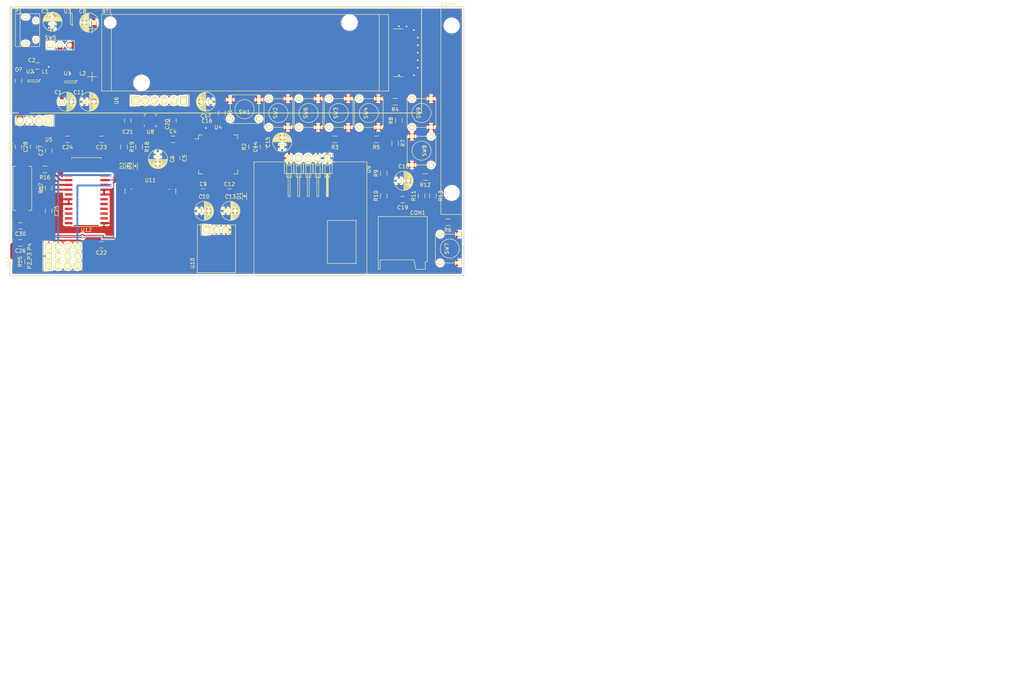
<source format=kicad_pcb>
(kicad_pcb (version 4) (host pcbnew 4.0.2-stable)
  (layers (0 F.Cu signal) (31 B.Cu signal hide) (34 B.Paste user) (35 F.Paste user) (36 B.SilkS user) (37 F.SilkS user) (38 B.Mask user) (39 F.Mask user) (44 Edge.Cuts user))
  (net 0 "")
  (net 1 "Net-(BT1-Pad1)")
  (net 2 GND)
  (net 3 +BATT)
  (net 4 +5V)
  (net 5 +3V3)
  (net 6 PD2_SD-CMD)
  (net 7 PC10_SD-D2)
  (net 8 PC11_SD-D3)
  (net 9 PC12_SD-CK)
  (net 10 PC8_SD-D0)
  (net 11 PC9_SD-D1)
  (net 12 PA15_SD-DET)
  (net 13 "Net-(L2-Pad1)")
  (net 14 /in5)
  (net 15 /in6)
  (net 16 /in7)
  (net 17 /in8)
  (net 18 /in1)
  (net 19 /in2)
  (net 20 /in3)
  (net 21 /in4)
  (net 22 PC13_dbg)
  (net 23 NRST)
  (net 24 PC0_MP3-SCL)
  (net 25 PC1_MP3-SDA)
  (net 26 PC2_MAG-MISO)
  (net 27 PC3_mic)
  (net 28 PA0_las)
  (net 29 PA1_las)
  (net 30 PA2_UART)
  (net 31 PA3_UART)
  (net 32 PA4_BTpcm-Sync)
  (net 33 PA5_MP3-SCK)
  (net 34 PA6_BT-RTS)
  (net 35 PA7_MP3-SDI)
  (net 36 PC4_BT-RX)
  (net 37 PC5_BT-TX)
  (net 38 PB0_BT-GP9)
  (net 39 PB1_BT-CTS)
  (net 40 PB2_BT-GP2)
  (net 41 PB10_MAG-SPC)
  (net 42 "Net-(D1-Pad2)")
  (net 43 PB12_MAG-INT)
  (net 44 PB13_MAG-TRIG)
  (net 45 PB14_MP3-RST)
  (net 46 PB15_MAG-MOSI)
  (net 47 PC6_MP3-DR)
  (net 48 PA9_GPS-RX)
  (net 49 PA13_dbg)
  (net 50 PA14_dbg)
  (net 51 PB3_BTpcm-CLK)
  (net 52 PB5_BTpcm-IN)
  (net 53 PB7_GPS-TX)
  (net 54 PB9_MAG-CS)
  (net 55 "Net-(P4-Pad4)")
  (net 56 "Net-(P4-Pad1)")
  (net 57 "Net-(P4-Pad2)")
  (net 58 "Net-(C26-Pad1)")
  (net 59 "Net-(C28-Pad1)")
  (net 60 "Net-(C29-Pad1)")
  (net 61 "Net-(C27-Pad1)")
  (net 62 "Net-(D2-Pad2)")
  (net 63 "Net-(D2-Pad1)")
  (net 64 "Net-(D3-Pad2)")
  (net 65 "Net-(D3-Pad1)")
  (net 66 "Net-(P3-Pad1)")
  (net 67 "Net-(P3-Pad2)")
  (net 68 "Net-(P3-Pad3)")
  (net 69 "Net-(P3-Pad4)")
  (net 70 "Net-(CON1-Pad11)")
  (net 71 "Net-(CON1-Pad10)")
  (net 72 "Net-(L1-Pad2)")
  (net 73 "Net-(C3-Pad2)")
  (net 74 "Net-(C26-Pad2)")
  (net 75 "Net-(C30-Pad1)")
  (module con-trougnouf:18650BatteryHolder (layer F.Cu) (at 34 27 180)
    (fp_text reference BT1 (at -6.5 11 180) (layer F.SilkS))
    (fp_text value Battery)
    (pad "" np_thru_hole oval (at -70.87 8 180) (size 3.45 3.45) (drill 3.45) (layers *.Cu *.Mask F.SilkS))
    (pad 1 smd rect (at -3.67 0 180) (size 7.34 6.35) (layers F.Cu F.Paste F.Mask) (net 1 "Net-(BT1-Pad1)"))
    (pad 2 smd rect (at -82.33 0 180) (size 7.34 6.35) (layers F.Cu F.Paste F.Mask) (net 2 GND))
    (pad "" np_thru_hole oval (at -7.34 8 180) (size 2.39 2.39) (drill 2.39) (layers *.Cu *.Mask F.SilkS))
    (pad "" np_thru_hole oval (at -15.67 -8 180) (size 3.45 3.45) (drill 3.45) (layers *.Cu *.Mask F.SilkS))
  )
  (module Capacitors_ThroughHole:C_Radial_D5_L11_P2.5 (layer F.Cu) (at 28.5 40)
    (fp_text reference C1 (at -1 -2.5 180) (layer F.SilkS))
    (fp_text value 10uF)
    (pad 1 thru_hole rect (at 0 0) (size 1.3 1.3) (drill 0.8) (layers *.Cu *.Mask F.SilkS) (net 3 +BATT))
    (pad 2 thru_hole circle (at 2.5 0) (size 1.3 1.3) (drill 0.8) (layers *.Cu *.Mask F.SilkS) (net 2 GND))
  )
  (module Capacitors_ThroughHole:C_Radial_D5_L11_P2.5 (layer F.Cu) (at 26 20 90)
    (fp_text reference C3 (at 4 -2 180) (layer F.SilkS))
    (fp_text value 1uF)
    (pad 1 thru_hole rect (at 0 0 90) (size 1.3 1.3) (drill 0.8) (layers *.Cu *.Mask F.SilkS) (net 2 GND))
    (pad 2 thru_hole circle (at 2.5 0 90) (size 1.3 1.3) (drill 0.8) (layers *.Cu *.Mask F.SilkS) (net 73 "Net-(C3-Pad2)"))
  )
  (module Capacitors_SMD:C_0805_HandSoldering (layer F.Cu) (at 58 50)
    (fp_text reference C4 (at 0 -2.1) (layer F.SilkS))
    (fp_text value 0.1uF)
    (pad 1 smd rect (at -1.25 0) (size 1.5 1.25) (layers F.Cu F.Paste F.Mask) (net 2 GND))
    (pad 2 smd rect (at 1.25 0) (size 1.5 1.25) (layers F.Cu F.Paste F.Mask) (net 5 +3V3))
  )
  (module Capacitors_ThroughHole:C_Radial_D5_L11_P2.5 (layer F.Cu) (at 54 54 270)
    (fp_text reference C6 (at 1.25 -3.8 270) (layer F.SilkS))
    (fp_text value 4.7uF)
    (pad 1 thru_hole rect (at 0 0 270) (size 1.3 1.3) (drill 0.8) (layers *.Cu *.Mask F.SilkS) (net 2 GND))
    (pad 2 thru_hole circle (at 2.5 0 270) (size 1.3 1.3) (drill 0.8) (layers *.Cu *.Mask F.SilkS) (net 5 +3V3))
  )
  (module Capacitors_SMD:C_0805_HandSoldering (layer F.Cu) (at 17 34.5 90)
    (fp_text reference C7 (at 3 0 180) (layer F.SilkS))
    (fp_text value 10uF)
    (pad 1 smd rect (at -1.25 0 90) (size 1.5 1.25) (layers F.Cu F.Paste F.Mask) (net 4 +5V))
    (pad 2 smd rect (at 1.25 0 90) (size 1.5 1.25) (layers F.Cu F.Paste F.Mask) (net 2 GND))
  )
  (module Capacitors_ThroughHole:C_Radial_D5_L11_P2.5 (layer F.Cu) (at 37 19 180)
    (fp_text reference C8 (at 3 3 180) (layer F.SilkS))
    (fp_text value 1uF)
    (pad 1 thru_hole rect (at 0 0 180) (size 1.3 1.3) (drill 0.8) (layers *.Cu *.Mask F.SilkS) (net 1 "Net-(BT1-Pad1)"))
    (pad 2 thru_hole circle (at 2.5 0 180) (size 1.3 1.3) (drill 0.8) (layers *.Cu *.Mask F.SilkS) (net 2 GND))
  )
  (module Capacitors_ThroughHole:C_Radial_D5_L11_P2.5 (layer F.Cu) (at 65 69)
    (fp_text reference C10 (at 1.25 -3.8) (layer F.SilkS))
    (fp_text value 4.7uF)
    (pad 1 thru_hole rect (at 0 0) (size 1.3 1.3) (drill 0.8) (layers *.Cu *.Mask F.SilkS) (net 2 GND))
    (pad 2 thru_hole circle (at 2.5 0) (size 1.3 1.3) (drill 0.8) (layers *.Cu *.Mask F.SilkS) (net 5 +3V3))
  )
  (module Capacitors_ThroughHole:C_Radial_D5_L11_P2.5 (layer F.Cu) (at 68 40 180)
    (fp_text reference C17 (at 1.25 -3.8 180) (layer F.SilkS))
    (fp_text value 4.7uF)
    (pad 1 thru_hole rect (at 0 0 180) (size 1.3 1.3) (drill 0.8) (layers *.Cu *.Mask F.SilkS) (net 2 GND))
    (pad 2 thru_hole circle (at 2.5 0 180) (size 1.3 1.3) (drill 0.8) (layers *.Cu *.Mask F.SilkS) (net 5 +3V3))
  )
  (module Inductors_NEOSID:Neosid_Inductor_SM-NE29_SMD1008 (layer F.Cu) (at 25 34.5 270)
    (fp_text reference L1 (at -2.5 1 540) (layer F.SilkS))
    (fp_text value 4.7uH)
    (pad 2 smd rect (at 1.14554 0 270) (size 1.02108 2.54) (layers F.Cu F.Paste F.Mask) (net 72 "Net-(L1-Pad2)"))
    (pad 1 smd rect (at -1.14554 0 270) (size 1.02108 2.54) (layers F.Cu F.Paste F.Mask) (net 3 +BATT))
  )
  (module Inductors_NEOSID:Neosid_Inductor_SM-NE29_SMD1008 (layer F.Cu) (at 34.75 34.75 270)
    (fp_text reference L2 (at -2.25 0.75 360) (layer F.SilkS))
    (fp_text value 4.7uH)
    (pad 2 smd rect (at 1.14554 0 270) (size 1.02108 2.54) (layers F.Cu F.Paste F.Mask) (net 5 +3V3))
    (pad 1 smd rect (at -1.14554 0 270) (size 1.02108 2.54) (layers F.Cu F.Paste F.Mask) (net 13 "Net-(L2-Pad1)"))
  )
  (module Connect:USB_Micro-B (layer F.Cu) (at 20 21 270)
    (fp_text reference P1 (at -5 3 360) (layer F.SilkS))
    (fp_text value USB_B)
    (pad 1 smd rect (at -1.3009 -1.56254) (size 1.35 0.4) (layers F.Cu F.Paste F.Mask) (net 73 "Net-(C3-Pad2)"))
    (pad 2 smd rect (at -0.6509 -1.56254) (size 1.35 0.4) (layers F.Cu F.Paste F.Mask))
    (pad 3 smd rect (at -0.0009 -1.56254) (size 1.35 0.4) (layers F.Cu F.Paste F.Mask))
    (pad 4 smd rect (at 0.6491 -1.56254) (size 1.35 0.4) (layers F.Cu F.Paste F.Mask) (net 2 GND))
    (pad 5 smd rect (at 1.2991 -1.56254) (size 1.35 0.4) (layers F.Cu F.Paste F.Mask))
    (pad 6 thru_hole oval (at -2.5009 -1.56254) (size 0.95 1.25) (drill oval 0.55 0.85) (layers *.Cu *.Mask F.SilkS))
    (pad 6 thru_hole oval (at 2.4991 -1.56254) (size 0.95 1.25) (drill oval 0.55 0.85) (layers *.Cu *.Mask F.SilkS))
    (pad 6 thru_hole oval (at -3.5009 1.13746) (size 1.55 1) (drill oval 1.15 0.5) (layers *.Cu *.Mask F.SilkS))
    (pad 6 thru_hole oval (at 3.4991 1.13746) (size 1.55 1) (drill oval 1.15 0.5) (layers *.Cu *.Mask F.SilkS))
  )
  (module Buttons_Switches_ThroughHole:SW_PUSH_SMALL (layer F.Cu) (at 77 42 180)
    (fp_text reference SW1 (at 0 -0.762 180) (layer F.SilkS))
    (fp_text value SW_PUSH)
    (pad 1 thru_hole circle (at 3.81 -2.54 180) (size 1.397 1.397) (drill 0.8128) (layers *.Cu *.Mask F.SilkS) (net 14 /in5))
    (pad 2 thru_hole circle (at 3.81 2.54 180) (size 1.397 1.397) (drill 0.8128) (layers *.Cu *.Mask F.SilkS) (net 5 +3V3))
    (pad 1 thru_hole circle (at -3.81 -2.54 180) (size 1.397 1.397) (drill 0.8128) (layers *.Cu *.Mask F.SilkS) (net 14 /in5))
    (pad 2 thru_hole circle (at -3.81 2.54 180) (size 1.397 1.397) (drill 0.8128) (layers *.Cu *.Mask F.SilkS) (net 5 +3V3))
  )
  (module Buttons_Switches_ThroughHole:SW_PUSH_SMALL (layer F.Cu) (at 86 43 90)
    (fp_text reference SW2 (at 0 -0.762 90) (layer F.SilkS))
    (fp_text value SW_PUSH)
    (pad 1 thru_hole circle (at 3.81 -2.54 90) (size 1.397 1.397) (drill 0.8128) (layers *.Cu *.Mask F.SilkS) (net 15 /in6))
    (pad 2 thru_hole circle (at 3.81 2.54 90) (size 1.397 1.397) (drill 0.8128) (layers *.Cu *.Mask F.SilkS) (net 5 +3V3))
    (pad 1 thru_hole circle (at -3.81 -2.54 90) (size 1.397 1.397) (drill 0.8128) (layers *.Cu *.Mask F.SilkS) (net 15 /in6))
    (pad 2 thru_hole circle (at -3.81 2.54 90) (size 1.397 1.397) (drill 0.8128) (layers *.Cu *.Mask F.SilkS) (net 5 +3V3))
  )
  (module Buttons_Switches_ThroughHole:SW_PUSH_SMALL (layer F.Cu) (at 102 43 90)
    (fp_text reference SW3 (at 0 -0.762 90) (layer F.SilkS))
    (fp_text value SW_PUSH)
    (pad 1 thru_hole circle (at 3.81 -2.54 90) (size 1.397 1.397) (drill 0.8128) (layers *.Cu *.Mask F.SilkS) (net 16 /in7))
    (pad 2 thru_hole circle (at 3.81 2.54 90) (size 1.397 1.397) (drill 0.8128) (layers *.Cu *.Mask F.SilkS) (net 5 +3V3))
    (pad 1 thru_hole circle (at -3.81 -2.54 90) (size 1.397 1.397) (drill 0.8128) (layers *.Cu *.Mask F.SilkS) (net 16 /in7))
    (pad 2 thru_hole circle (at -3.81 2.54 90) (size 1.397 1.397) (drill 0.8128) (layers *.Cu *.Mask F.SilkS) (net 5 +3V3))
  )
  (module Buttons_Switches_ThroughHole:SW_PUSH_SMALL (layer F.Cu) (at 110 43 90)
    (fp_text reference SW4 (at 0 -0.762 90) (layer F.SilkS))
    (fp_text value SW_PUSH)
    (pad 1 thru_hole circle (at 3.81 -2.54 90) (size 1.397 1.397) (drill 0.8128) (layers *.Cu *.Mask F.SilkS) (net 17 /in8))
    (pad 2 thru_hole circle (at 3.81 2.54 90) (size 1.397 1.397) (drill 0.8128) (layers *.Cu *.Mask F.SilkS) (net 5 +3V3))
    (pad 1 thru_hole circle (at -3.81 -2.54 90) (size 1.397 1.397) (drill 0.8128) (layers *.Cu *.Mask F.SilkS) (net 17 /in8))
    (pad 2 thru_hole circle (at -3.81 2.54 90) (size 1.397 1.397) (drill 0.8128) (layers *.Cu *.Mask F.SilkS) (net 5 +3V3))
  )
  (module Buttons_Switches_ThroughHole:SW_Micro_SPST (layer F.Cu) (at 28 25)
    (fp_text reference SW5 (at -2.5 -2) (layer F.SilkS))
    (fp_text value Switch_SPDT_x2)
    (pad 1 thru_hole rect (at -2.54 0) (size 1.397 1.397) (drill 0.8128) (layers *.Cu *.Mask F.SilkS))
    (pad 2 thru_hole circle (at 0 0) (size 1.397 1.397) (drill 0.8128) (layers *.Cu *.Mask F.SilkS) (net 3 +BATT))
    (pad 3 thru_hole circle (at 2.54 0) (size 1.397 1.397) (drill 0.8128) (layers *.Cu *.Mask F.SilkS) (net 1 "Net-(BT1-Pad1)"))
  )
  (module Buttons_Switches_ThroughHole:SW_PUSH_SMALL (layer F.Cu) (at 94 43 90)
    (fp_text reference SW6 (at 0 -0.762 90) (layer F.SilkS))
    (fp_text value SW_PUSH)
    (pad 1 thru_hole circle (at 3.81 -2.54 90) (size 1.397 1.397) (drill 0.8128) (layers *.Cu *.Mask F.SilkS) (net 18 /in1))
    (pad 2 thru_hole circle (at 3.81 2.54 90) (size 1.397 1.397) (drill 0.8128) (layers *.Cu *.Mask F.SilkS) (net 5 +3V3))
    (pad 1 thru_hole circle (at -3.81 -2.54 90) (size 1.397 1.397) (drill 0.8128) (layers *.Cu *.Mask F.SilkS) (net 18 /in1))
    (pad 2 thru_hole circle (at -3.81 2.54 90) (size 1.397 1.397) (drill 0.8128) (layers *.Cu *.Mask F.SilkS) (net 5 +3V3))
  )
  (module Buttons_Switches_ThroughHole:SW_PUSH_SMALL (layer F.Cu) (at 131.5 79 90)
    (fp_text reference SW7 (at 0 -0.762 90) (layer F.SilkS))
    (fp_text value SW_PUSH)
    (pad 1 thru_hole circle (at 3.81 -2.54 90) (size 1.397 1.397) (drill 0.8128) (layers *.Cu *.Mask F.SilkS) (net 19 /in2))
    (pad 2 thru_hole circle (at 3.81 2.54 90) (size 1.397 1.397) (drill 0.8128) (layers *.Cu *.Mask F.SilkS) (net 5 +3V3))
    (pad 1 thru_hole circle (at -3.81 -2.54 90) (size 1.397 1.397) (drill 0.8128) (layers *.Cu *.Mask F.SilkS) (net 19 /in2))
    (pad 2 thru_hole circle (at -3.81 2.54 90) (size 1.397 1.397) (drill 0.8128) (layers *.Cu *.Mask F.SilkS) (net 5 +3V3))
  )
  (module Buttons_Switches_ThroughHole:SW_PUSH_SMALL (layer F.Cu) (at 124 53 270)
    (fp_text reference SW8 (at 0 -0.762 270) (layer F.SilkS))
    (fp_text value SW_PUSH)
    (pad 1 thru_hole circle (at 3.81 -2.54 270) (size 1.397 1.397) (drill 0.8128) (layers *.Cu *.Mask F.SilkS) (net 20 /in3))
    (pad 2 thru_hole circle (at 3.81 2.54 270) (size 1.397 1.397) (drill 0.8128) (layers *.Cu *.Mask F.SilkS) (net 5 +3V3))
    (pad 1 thru_hole circle (at -3.81 -2.54 270) (size 1.397 1.397) (drill 0.8128) (layers *.Cu *.Mask F.SilkS) (net 20 /in3))
    (pad 2 thru_hole circle (at -3.81 2.54 270) (size 1.397 1.397) (drill 0.8128) (layers *.Cu *.Mask F.SilkS) (net 5 +3V3))
  )
  (module Buttons_Switches_ThroughHole:SW_PUSH_SMALL (layer F.Cu) (at 124 43 90)
    (fp_text reference SW9 (at 0 -0.762 90) (layer F.SilkS))
    (fp_text value SW_PUSH)
    (pad 1 thru_hole circle (at 3.81 -2.54 90) (size 1.397 1.397) (drill 0.8128) (layers *.Cu *.Mask F.SilkS) (net 21 /in4))
    (pad 2 thru_hole circle (at 3.81 2.54 90) (size 1.397 1.397) (drill 0.8128) (layers *.Cu *.Mask F.SilkS) (net 5 +3V3))
    (pad 1 thru_hole circle (at -3.81 -2.54 90) (size 1.397 1.397) (drill 0.8128) (layers *.Cu *.Mask F.SilkS) (net 21 /in4))
    (pad 2 thru_hole circle (at -3.81 2.54 90) (size 1.397 1.397) (drill 0.8128) (layers *.Cu *.Mask F.SilkS) (net 5 +3V3))
  )
  (module TO_SOT_Packages_SMD:SOT-23-5 (layer F.Cu) (at 21 34.5 270)
    (fp_text reference U2 (at -2.5 1 360) (layer F.SilkS))
    (fp_text value XC9140)
    (pad 1 smd rect (at -1.1 -0.95 270) (size 1.06 0.65) (layers F.Cu F.Paste F.Mask) (net 3 +BATT))
    (pad 2 smd rect (at -1.1 0 270) (size 1.06 0.65) (layers F.Cu F.Paste F.Mask) (net 2 GND))
    (pad 3 smd rect (at -1.1 0.95 270) (size 1.06 0.65) (layers F.Cu F.Paste F.Mask) (net 3 +BATT))
    (pad 4 smd rect (at 1.1 0.95 270) (size 1.06 0.65) (layers F.Cu F.Paste F.Mask) (net 4 +5V))
    (pad 5 smd rect (at 1.1 -0.95 270) (size 1.06 0.65) (layers F.Cu F.Paste F.Mask) (net 72 "Net-(L1-Pad2)"))
  )
  (module TO_SOT_Packages_SMD:SOT-23-5 (layer F.Cu) (at 31 18 180)
    (fp_text reference U3 (at 1 2 180) (layer F.SilkS))
    (fp_text value MCP73811/2)
    (pad 1 smd rect (at -1.1 -0.95 180) (size 1.06 0.65) (layers F.Cu F.Paste F.Mask) (net 73 "Net-(C3-Pad2)"))
    (pad 2 smd rect (at -1.1 0 180) (size 1.06 0.65) (layers F.Cu F.Paste F.Mask) (net 2 GND))
    (pad 3 smd rect (at -1.1 0.95 180) (size 1.06 0.65) (layers F.Cu F.Paste F.Mask) (net 1 "Net-(BT1-Pad1)"))
    (pad 4 smd rect (at 1.1 0.95 180) (size 1.06 0.65) (layers F.Cu F.Paste F.Mask) (net 73 "Net-(C3-Pad2)"))
    (pad 5 smd rect (at 1.1 -0.95 180) (size 1.06 0.65) (layers F.Cu F.Paste F.Mask) (net 73 "Net-(C3-Pad2)"))
  )
  (module Housings_QFP:LQFP-64_10x10mm_Pitch0.5mm (layer F.Cu) (at 70 54)
    (fp_text reference U4 (at 0 -7.2) (layer F.SilkS))
    (fp_text value STM32L476R)
    (pad 1 smd rect (at -5.7 -3.75) (size 1 0.25) (layers F.Cu F.Paste F.Mask) (net 5 +3V3))
    (pad 2 smd rect (at -5.7 -3.25) (size 1 0.25) (layers F.Cu F.Paste F.Mask) (net 22 PC13_dbg))
    (pad 3 smd rect (at -5.7 -2.75) (size 1 0.25) (layers F.Cu F.Paste F.Mask) (net 14 /in5))
    (pad 4 smd rect (at -5.7 -2.25) (size 1 0.25) (layers F.Cu F.Paste F.Mask) (net 15 /in6))
    (pad 5 smd rect (at -5.7 -1.75) (size 1 0.25) (layers F.Cu F.Paste F.Mask) (net 16 /in7))
    (pad 6 smd rect (at -5.7 -1.25) (size 1 0.25) (layers F.Cu F.Paste F.Mask) (net 17 /in8))
    (pad 7 smd rect (at -5.7 -0.75) (size 1 0.25) (layers F.Cu F.Paste F.Mask) (net 23 NRST))
    (pad 8 smd rect (at -5.7 -0.25) (size 1 0.25) (layers F.Cu F.Paste F.Mask) (net 24 PC0_MP3-SCL))
    (pad 9 smd rect (at -5.7 0.25) (size 1 0.25) (layers F.Cu F.Paste F.Mask) (net 25 PC1_MP3-SDA))
    (pad 10 smd rect (at -5.7 0.75) (size 1 0.25) (layers F.Cu F.Paste F.Mask) (net 26 PC2_MAG-MISO))
    (pad 11 smd rect (at -5.7 1.25) (size 1 0.25) (layers F.Cu F.Paste F.Mask) (net 27 PC3_mic))
    (pad 12 smd rect (at -5.7 1.75) (size 1 0.25) (layers F.Cu F.Paste F.Mask) (net 2 GND))
    (pad 13 smd rect (at -5.7 2.25) (size 1 0.25) (layers F.Cu F.Paste F.Mask) (net 5 +3V3))
    (pad 14 smd rect (at -5.7 2.75) (size 1 0.25) (layers F.Cu F.Paste F.Mask) (net 28 PA0_las))
    (pad 15 smd rect (at -5.7 3.25) (size 1 0.25) (layers F.Cu F.Paste F.Mask) (net 29 PA1_las))
    (pad 16 smd rect (at -5.7 3.75) (size 1 0.25) (layers F.Cu F.Paste F.Mask) (net 30 PA2_UART))
    (pad 17 smd rect (at -3.75 5.7 90) (size 1 0.25) (layers F.Cu F.Paste F.Mask) (net 31 PA3_UART))
    (pad 18 smd rect (at -3.25 5.7 90) (size 1 0.25) (layers F.Cu F.Paste F.Mask) (net 2 GND))
    (pad 19 smd rect (at -2.75 5.7 90) (size 1 0.25) (layers F.Cu F.Paste F.Mask) (net 5 +3V3))
    (pad 20 smd rect (at -2.25 5.7 90) (size 1 0.25) (layers F.Cu F.Paste F.Mask) (net 32 PA4_BTpcm-Sync))
    (pad 21 smd rect (at -1.75 5.7 90) (size 1 0.25) (layers F.Cu F.Paste F.Mask) (net 33 PA5_MP3-SCK))
    (pad 22 smd rect (at -1.25 5.7 90) (size 1 0.25) (layers F.Cu F.Paste F.Mask) (net 34 PA6_BT-RTS))
    (pad 23 smd rect (at -0.75 5.7 90) (size 1 0.25) (layers F.Cu F.Paste F.Mask) (net 35 PA7_MP3-SDI))
    (pad 24 smd rect (at -0.25 5.7 90) (size 1 0.25) (layers F.Cu F.Paste F.Mask) (net 36 PC4_BT-RX))
    (pad 25 smd rect (at 0.25 5.7 90) (size 1 0.25) (layers F.Cu F.Paste F.Mask) (net 37 PC5_BT-TX))
    (pad 26 smd rect (at 0.75 5.7 90) (size 1 0.25) (layers F.Cu F.Paste F.Mask) (net 38 PB0_BT-GP9))
    (pad 27 smd rect (at 1.25 5.7 90) (size 1 0.25) (layers F.Cu F.Paste F.Mask) (net 39 PB1_BT-CTS))
    (pad 28 smd rect (at 1.75 5.7 90) (size 1 0.25) (layers F.Cu F.Paste F.Mask) (net 40 PB2_BT-GP2))
    (pad 29 smd rect (at 2.25 5.7 90) (size 1 0.25) (layers F.Cu F.Paste F.Mask) (net 41 PB10_MAG-SPC))
    (pad 30 smd rect (at 2.75 5.7 90) (size 1 0.25) (layers F.Cu F.Paste F.Mask) (net 42 "Net-(D1-Pad2)"))
    (pad 31 smd rect (at 3.25 5.7 90) (size 1 0.25) (layers F.Cu F.Paste F.Mask) (net 2 GND))
    (pad 32 smd rect (at 3.75 5.7 90) (size 1 0.25) (layers F.Cu F.Paste F.Mask) (net 5 +3V3))
    (pad 33 smd rect (at 5.7 3.75) (size 1 0.25) (layers F.Cu F.Paste F.Mask) (net 43 PB12_MAG-INT))
    (pad 34 smd rect (at 5.7 3.25) (size 1 0.25) (layers F.Cu F.Paste F.Mask) (net 44 PB13_MAG-TRIG))
    (pad 35 smd rect (at 5.7 2.75) (size 1 0.25) (layers F.Cu F.Paste F.Mask) (net 45 PB14_MP3-RST))
    (pad 36 smd rect (at 5.7 2.25) (size 1 0.25) (layers F.Cu F.Paste F.Mask) (net 46 PB15_MAG-MOSI))
    (pad 37 smd rect (at 5.7 1.75) (size 1 0.25) (layers F.Cu F.Paste F.Mask) (net 47 PC6_MP3-DR))
    (pad 38 smd rect (at 5.7 1.25) (size 1 0.25) (layers F.Cu F.Paste F.Mask))
    (pad 39 smd rect (at 5.7 0.75) (size 1 0.25) (layers F.Cu F.Paste F.Mask) (net 10 PC8_SD-D0))
    (pad 40 smd rect (at 5.7 0.25) (size 1 0.25) (layers F.Cu F.Paste F.Mask) (net 11 PC9_SD-D1))
    (pad 41 smd rect (at 5.7 -0.25) (size 1 0.25) (layers F.Cu F.Paste F.Mask) (net 18 /in1))
    (pad 42 smd rect (at 5.7 -0.75) (size 1 0.25) (layers F.Cu F.Paste F.Mask) (net 48 PA9_GPS-RX))
    (pad 43 smd rect (at 5.7 -1.25) (size 1 0.25) (layers F.Cu F.Paste F.Mask) (net 19 /in2))
    (pad 44 smd rect (at 5.7 -1.75) (size 1 0.25) (layers F.Cu F.Paste F.Mask) (net 20 /in3))
    (pad 45 smd rect (at 5.7 -2.25) (size 1 0.25) (layers F.Cu F.Paste F.Mask) (net 21 /in4))
    (pad 46 smd rect (at 5.7 -2.75) (size 1 0.25) (layers F.Cu F.Paste F.Mask) (net 49 PA13_dbg))
    (pad 47 smd rect (at 5.7 -3.25) (size 1 0.25) (layers F.Cu F.Paste F.Mask) (net 2 GND))
    (pad 48 smd rect (at 5.7 -3.75) (size 1 0.25) (layers F.Cu F.Paste F.Mask) (net 5 +3V3))
    (pad 49 smd rect (at 3.75 -5.7 90) (size 1 0.25) (layers F.Cu F.Paste F.Mask) (net 50 PA14_dbg))
    (pad 50 smd rect (at 3.25 -5.7 90) (size 1 0.25) (layers F.Cu F.Paste F.Mask) (net 12 PA15_SD-DET))
    (pad 51 smd rect (at 2.75 -5.7 90) (size 1 0.25) (layers F.Cu F.Paste F.Mask) (net 7 PC10_SD-D2))
    (pad 52 smd rect (at 2.25 -5.7 90) (size 1 0.25) (layers F.Cu F.Paste F.Mask) (net 8 PC11_SD-D3))
    (pad 53 smd rect (at 1.75 -5.7 90) (size 1 0.25) (layers F.Cu F.Paste F.Mask) (net 9 PC12_SD-CK))
    (pad 54 smd rect (at 1.25 -5.7 90) (size 1 0.25) (layers F.Cu F.Paste F.Mask) (net 6 PD2_SD-CMD))
    (pad 55 smd rect (at 0.75 -5.7 90) (size 1 0.25) (layers F.Cu F.Paste F.Mask) (net 51 PB3_BTpcm-CLK))
    (pad 56 smd rect (at 0.25 -5.7 90) (size 1 0.25) (layers F.Cu F.Paste F.Mask))
    (pad 57 smd rect (at -0.25 -5.7 90) (size 1 0.25) (layers F.Cu F.Paste F.Mask) (net 52 PB5_BTpcm-IN))
    (pad 58 smd rect (at -0.75 -5.7 90) (size 1 0.25) (layers F.Cu F.Paste F.Mask))
    (pad 59 smd rect (at -1.25 -5.7 90) (size 1 0.25) (layers F.Cu F.Paste F.Mask) (net 53 PB7_GPS-TX))
    (pad 60 smd rect (at -1.75 -5.7 90) (size 1 0.25) (layers F.Cu F.Paste F.Mask))
    (pad 61 smd rect (at -2.25 -5.7 90) (size 1 0.25) (layers F.Cu F.Paste F.Mask))
    (pad 62 smd rect (at -2.75 -5.7 90) (size 1 0.25) (layers F.Cu F.Paste F.Mask) (net 54 PB9_MAG-CS))
    (pad 63 smd rect (at -3.25 -5.7 90) (size 1 0.25) (layers F.Cu F.Paste F.Mask) (net 2 GND))
    (pad 64 smd rect (at -3.75 -5.7 90) (size 1 0.25) (layers F.Cu F.Paste F.Mask) (net 5 +3V3))
  )
  (module con-trougnouf:Socket_Strip_Straight_1x04_3467 (layer F.Cu) (at 25 45 180)
    (fp_text reference U5 (at 0 -5.1 180) (layer F.SilkS))
    (fp_text value Lightware_SF10/A)
    (pad 3 thru_hole rect (at 0 0 180) (size 1.7272 2.032) (drill 1.016) (layers *.Cu *.Mask F.SilkS) (net 29 PA1_las))
    (pad 4 thru_hole oval (at 2.54 0 180) (size 1.7272 2.032) (drill 1.016) (layers *.Cu *.Mask F.SilkS) (net 28 PA0_las))
    (pad 6 thru_hole oval (at 5.08 0 180) (size 1.7272 2.032) (drill 1.016) (layers *.Cu *.Mask F.SilkS) (net 2 GND))
    (pad 7 thru_hole oval (at 7.62 0 180) (size 1.7272 2.032) (drill 1.016) (layers *.Cu *.Mask F.SilkS) (net 4 +5V))
  )
  (module Pin_Headers:Pin_Header_Straight_1x02 (layer F.Cu) (at 48.07 39.7 90)
    (fp_text reference U6 (at 0 -5.1 90) (layer F.SilkS))
    (fp_text value UART)
    (pad 1 thru_hole rect (at 0 0 90) (size 2.032 2.032) (drill 1.016) (layers *.Cu *.Mask F.SilkS) (net 31 PA3_UART))
    (pad 2 thru_hole oval (at 0 2.54 90) (size 2.032 2.032) (drill 1.016) (layers *.Cu *.Mask F.SilkS) (net 30 PA2_UART))
  )
  (module Housings_DFN_QFN:QFN-16-1EP_3x3mm_Pitch0.5mm (layer F.Cu) (at 52 45 90)
    (fp_text reference U8 (at -3 0 180) (layer F.SilkS))
    (fp_text value MLX90393)
    (pad 1 smd oval (at -1.475 -0.75 90) (size 0.75 0.3) (layers F.Cu F.Paste F.Mask) (net 43 PB12_MAG-INT))
    (pad 2 smd oval (at -1.475 -0.25 90) (size 0.75 0.3) (layers F.Cu F.Paste F.Mask) (net 54 PB9_MAG-CS))
    (pad 3 smd oval (at -1.475 0.25 90) (size 0.75 0.3) (layers F.Cu F.Paste F.Mask) (net 41 PB10_MAG-SPC))
    (pad 4 smd oval (at -1.475 0.75 90) (size 0.75 0.3) (layers F.Cu F.Paste F.Mask))
    (pad 5 smd oval (at -0.75 1.475 180) (size 0.75 0.3) (layers F.Cu F.Paste F.Mask) (net 46 PB15_MAG-MOSI))
    (pad 6 smd oval (at -0.25 1.475 180) (size 0.75 0.3) (layers F.Cu F.Paste F.Mask) (net 26 PC2_MAG-MISO))
    (pad 7 smd oval (at 0.25 1.475 180) (size 0.75 0.3) (layers F.Cu F.Paste F.Mask) (net 44 PB13_MAG-TRIG))
    (pad 8 smd oval (at 0.75 1.475 180) (size 0.75 0.3) (layers F.Cu F.Paste F.Mask) (net 5 +3V3))
    (pad 9 smd oval (at 1.475 0.75 90) (size 0.75 0.3) (layers F.Cu F.Paste F.Mask))
    (pad 10 smd oval (at 1.475 0.25 90) (size 0.75 0.3) (layers F.Cu F.Paste F.Mask))
    (pad 11 smd oval (at 1.475 -0.25 90) (size 0.75 0.3) (layers F.Cu F.Paste F.Mask) (net 2 GND))
    (pad 12 smd oval (at 1.475 -0.75 90) (size 0.75 0.3) (layers F.Cu F.Paste F.Mask) (net 2 GND))
    (pad 13 smd oval (at 0.75 -1.475 180) (size 0.75 0.3) (layers F.Cu F.Paste F.Mask) (net 2 GND))
    (pad 14 smd oval (at 0.25 -1.475 180) (size 0.75 0.3) (layers F.Cu F.Paste F.Mask))
    (pad 15 smd oval (at -0.25 -1.475 180) (size 0.75 0.3) (layers F.Cu F.Paste F.Mask) (net 5 +3V3))
    (pad 16 smd oval (at -0.75 -1.475 180) (size 0.75 0.3) (layers F.Cu F.Paste F.Mask))
    (pad 17 smd rect (at 0.45 0.45 90) (size 0.9 0.9) (layers F.Cu F.Paste F.Mask))
    (pad 17 smd rect (at 0.45 -0.45 90) (size 0.9 0.9) (layers F.Cu F.Paste F.Mask))
    (pad 17 smd rect (at -0.45 0.45 90) (size 0.9 0.9) (layers F.Cu F.Paste F.Mask))
    (pad 17 smd rect (at -0.45 -0.45 90) (size 0.9 0.9) (layers F.Cu F.Paste F.Mask))
  )
  (module Housings_SOIC:SOIC-28_7.5x17.9mm_Pitch1.27mm (layer F.Cu) (at 35 64 180)
    (fp_text reference U12 (at 0 -10.05 180) (layer F.SilkS))
    (fp_text value STA013)
    (pad 1 smd rect (at -4.7 -8.255 180) (size 2 0.6) (layers F.Cu F.Paste F.Mask) (net 5 +3V3))
    (pad 2 smd rect (at -4.7 -6.985 180) (size 2 0.6) (layers F.Cu F.Paste F.Mask) (net 2 GND))
    (pad 3 smd rect (at -4.7 -5.715 180) (size 2 0.6) (layers F.Cu F.Paste F.Mask) (net 25 PC1_MP3-SDA))
    (pad 4 smd rect (at -4.7 -4.445 180) (size 2 0.6) (layers F.Cu F.Paste F.Mask) (net 24 PC0_MP3-SCL))
    (pad 5 smd rect (at -4.7 -3.175 180) (size 2 0.6) (layers F.Cu F.Paste F.Mask) (net 35 PA7_MP3-SDI))
    (pad 6 smd rect (at -4.7 -1.905 180) (size 2 0.6) (layers F.Cu F.Paste F.Mask) (net 33 PA5_MP3-SCK))
    (pad 7 smd rect (at -4.7 -0.635 180) (size 2 0.6) (layers F.Cu F.Paste F.Mask) (net 5 +3V3))
    (pad 8 smd rect (at -4.7 0.635 180) (size 2 0.6) (layers F.Cu F.Paste F.Mask) (net 5 +3V3))
    (pad 9 smd rect (at -4.7 1.905 180) (size 2 0.6) (layers F.Cu F.Paste F.Mask) (net 55 "Net-(P4-Pad4)"))
    (pad 10 smd rect (at -4.7 3.175 180) (size 2 0.6) (layers F.Cu F.Paste F.Mask) (net 56 "Net-(P4-Pad1)"))
    (pad 11 smd rect (at -4.7 4.445 180) (size 2 0.6) (layers F.Cu F.Paste F.Mask) (net 57 "Net-(P4-Pad2)"))
    (pad 12 smd rect (at -4.7 5.715 180) (size 2 0.6) (layers F.Cu F.Paste F.Mask))
    (pad 13 smd rect (at -4.7 6.985 180) (size 2 0.6) (layers F.Cu F.Paste F.Mask) (net 2 GND))
    (pad 14 smd rect (at -4.7 8.255 180) (size 2 0.6) (layers F.Cu F.Paste F.Mask) (net 5 +3V3))
    (pad 15 smd rect (at 4.7 8.255 180) (size 2 0.6) (layers F.Cu F.Paste F.Mask) (net 2 GND))
    (pad 16 smd rect (at 4.7 6.985 180) (size 2 0.6) (layers F.Cu F.Paste F.Mask) (net 5 +3V3))
    (pad 17 smd rect (at 4.7 5.715 180) (size 2 0.6) (layers F.Cu F.Paste F.Mask) (net 74 "Net-(C26-Pad2)"))
    (pad 18 smd rect (at 4.7 4.445 180) (size 2 0.6) (layers F.Cu F.Paste F.Mask) (net 58 "Net-(C26-Pad1)"))
    (pad 19 smd rect (at 4.7 3.175 180) (size 2 0.6) (layers F.Cu F.Paste F.Mask) (net 61 "Net-(C27-Pad1)"))
    (pad 20 smd rect (at 4.7 1.905 180) (size 2 0.6) (layers F.Cu F.Paste F.Mask) (net 60 "Net-(C29-Pad1)"))
    (pad 21 smd rect (at 4.7 0.635 180) (size 2 0.6) (layers F.Cu F.Paste F.Mask) (net 75 "Net-(C30-Pad1)"))
    (pad 22 smd rect (at 4.7 -0.635 180) (size 2 0.6) (layers F.Cu F.Paste F.Mask) (net 2 GND))
    (pad 23 smd rect (at 4.7 -1.905 180) (size 2 0.6) (layers F.Cu F.Paste F.Mask) (net 5 +3V3))
    (pad 24 smd rect (at 4.7 -3.175 180) (size 2 0.6) (layers F.Cu F.Paste F.Mask) (net 5 +3V3))
    (pad 25 smd rect (at 4.7 -4.445 180) (size 2 0.6) (layers F.Cu F.Paste F.Mask) (net 2 GND))
    (pad 26 smd rect (at 4.7 -5.715 180) (size 2 0.6) (layers F.Cu F.Paste F.Mask) (net 45 PB14_MP3-RST))
    (pad 27 smd rect (at 4.7 -6.985 180) (size 2 0.6) (layers F.Cu F.Paste F.Mask) (net 2 GND))
    (pad 28 smd rect (at 4.7 -8.255 180) (size 2 0.6) (layers F.Cu F.Paste F.Mask) (net 47 PC6_MP3-DR))
  )
  (module Capacitors_SMD:C_0805_HandSoldering (layer F.Cu) (at 119 66 180)
    (fp_text reference C19 (at 0 -2.1 180) (layer F.SilkS))
    (fp_text value 0.1uF)
    (pad 1 smd rect (at -1.25 0 180) (size 1.5 1.25) (layers F.Cu F.Paste F.Mask) (net 5 +3V3))
    (pad 2 smd rect (at 1.25 0 180) (size 1.5 1.25) (layers F.Cu F.Paste F.Mask) (net 2 GND))
  )
  (module Capacitors_SMD:C_0805_HandSoldering (layer F.Cu) (at 58 45 270)
    (fp_text reference C20 (at 1 1.5 270) (layer F.SilkS))
    (fp_text value 0.1uF)
    (pad 1 smd rect (at -1.25 0 270) (size 1.5 1.25) (layers F.Cu F.Paste F.Mask) (net 2 GND))
    (pad 2 smd rect (at 1.25 0 270) (size 1.5 1.25) (layers F.Cu F.Paste F.Mask) (net 5 +3V3))
  )
  (module Capacitors_SMD:C_0805_HandSoldering (layer F.Cu) (at 46 45 270)
    (fp_text reference C21 (at 3 0 360) (layer F.SilkS))
    (fp_text value 0.1uF)
    (pad 1 smd rect (at -1.25 0 270) (size 1.5 1.25) (layers F.Cu F.Paste F.Mask) (net 2 GND))
    (pad 2 smd rect (at 1.25 0 270) (size 1.5 1.25) (layers F.Cu F.Paste F.Mask) (net 5 +3V3))
  )
  (module Capacitors_SMD:C_0805_HandSoldering (layer F.Cu) (at 39 78 180)
    (fp_text reference C22 (at 0 -2.1 180) (layer F.SilkS))
    (fp_text value 0.1uF)
    (pad 1 smd rect (at -1.25 0 180) (size 1.5 1.25) (layers F.Cu F.Paste F.Mask) (net 2 GND))
    (pad 2 smd rect (at 1.25 0 180) (size 1.5 1.25) (layers F.Cu F.Paste F.Mask) (net 5 +3V3))
  )
  (module Capacitors_SMD:C_0805_HandSoldering (layer F.Cu) (at 39 50 180)
    (fp_text reference C23 (at 0 -2.1 180) (layer F.SilkS))
    (fp_text value 0.1uF)
    (pad 1 smd rect (at -1.25 0 180) (size 1.5 1.25) (layers F.Cu F.Paste F.Mask) (net 2 GND))
    (pad 2 smd rect (at 1.25 0 180) (size 1.5 1.25) (layers F.Cu F.Paste F.Mask) (net 5 +3V3))
  )
  (module Capacitors_SMD:C_0805_HandSoldering (layer F.Cu) (at 30 50 180)
    (fp_text reference C24 (at 0 -2.1 180) (layer F.SilkS))
    (fp_text value 0.1uF)
    (pad 1 smd rect (at -1.25 0 180) (size 1.5 1.25) (layers F.Cu F.Paste F.Mask) (net 2 GND))
    (pad 2 smd rect (at 1.25 0 180) (size 1.5 1.25) (layers F.Cu F.Paste F.Mask) (net 5 +3V3))
  )
  (module Capacitors_SMD:C_0805_HandSoldering (layer F.Cu) (at 25 69 270)
    (fp_text reference C25 (at 0 -2.1 270) (layer F.SilkS))
    (fp_text value 0.1uF)
    (pad 1 smd rect (at -1.25 0 270) (size 1.5 1.25) (layers F.Cu F.Paste F.Mask) (net 2 GND))
    (pad 2 smd rect (at 1.25 0 270) (size 1.5 1.25) (layers F.Cu F.Paste F.Mask) (net 5 +3V3))
  )
  (module Capacitors_SMD:C_0805_HandSoldering (layer F.Cu) (at 17.5 77.5 180)
    (fp_text reference C26 (at 0 -2.1 180) (layer F.SilkS))
    (fp_text value 0.1uF)
    (pad 1 smd rect (at -1.25 0 180) (size 1.5 1.25) (layers F.Cu F.Paste F.Mask) (net 58 "Net-(C26-Pad1)"))
    (pad 2 smd rect (at 1.25 0 180) (size 1.5 1.25) (layers F.Cu F.Paste F.Mask) (net 74 "Net-(C26-Pad2)"))
  )
  (module Capacitors_SMD:C_0805_HandSoldering (layer F.Cu) (at 25 53 90)
    (fp_text reference C27 (at 0 -2.1 90) (layer F.SilkS))
    (fp_text value 470pF)
    (pad 1 smd rect (at -1.25 0 90) (size 1.5 1.25) (layers F.Cu F.Paste F.Mask) (net 61 "Net-(C27-Pad1)"))
    (pad 2 smd rect (at 1.25 0 90) (size 1.5 1.25) (layers F.Cu F.Paste F.Mask) (net 2 GND))
  )
  (module Capacitors_SMD:C_0805_HandSoldering (layer F.Cu) (at 21 52 90)
    (fp_text reference C28 (at 0 -2.1 90) (layer F.SilkS))
    (fp_text value 4.7nF)
    (pad 1 smd rect (at -1.25 0 90) (size 1.5 1.25) (layers F.Cu F.Paste F.Mask) (net 59 "Net-(C28-Pad1)"))
    (pad 2 smd rect (at 1.25 0 90) (size 1.5 1.25) (layers F.Cu F.Paste F.Mask) (net 2 GND))
  )
  (module Capacitors_SMD:C_0805_HandSoldering (layer F.Cu) (at 17 52 90)
    (fp_text reference C29 (at 0 -2.1 90) (layer F.SilkS))
    (fp_text value 22pF)
    (pad 1 smd rect (at -1.25 0 90) (size 1.5 1.25) (layers F.Cu F.Paste F.Mask) (net 60 "Net-(C29-Pad1)"))
    (pad 2 smd rect (at 1.25 0 90) (size 1.5 1.25) (layers F.Cu F.Paste F.Mask) (net 2 GND))
  )
  (module Capacitors_SMD:C_0805_HandSoldering (layer F.Cu) (at 17.5 73 180)
    (fp_text reference C30 (at 0 -2.1 180) (layer F.SilkS))
    (fp_text value 22pF)
    (pad 1 smd rect (at -1.25 0 180) (size 1.5 1.25) (layers F.Cu F.Paste F.Mask) (net 75 "Net-(C30-Pad1)"))
    (pad 2 smd rect (at 1.25 0 180) (size 1.5 1.25) (layers F.Cu F.Paste F.Mask) (net 2 GND))
  )
  (module LEDs:LED_0603 (layer F.Cu) (at 77 65 90)
    (fp_text reference D1 (at 0 -1.5 90) (layer F.SilkS))
    (fp_text value Led_Small)
    (pad 2 smd rect (at 0.7493 0 270) (size 0.79756 0.79756) (layers F.Cu F.Paste F.Mask) (net 42 "Net-(D1-Pad2)"))
    (pad 1 smd rect (at -0.7493 0 270) (size 0.79756 0.79756) (layers F.Cu F.Paste F.Mask) (net 2 GND))
  )
  (module LEDs:LED_0603 (layer F.Cu) (at 46 57 90)
    (fp_text reference D2 (at 0 -1.5 90) (layer F.SilkS))
    (fp_text value Led_B)
    (pad 2 smd rect (at 0.7493 0 270) (size 0.79756 0.79756) (layers F.Cu F.Paste F.Mask) (net 62 "Net-(D2-Pad2)"))
    (pad 1 smd rect (at -0.7493 0 270) (size 0.79756 0.79756) (layers F.Cu F.Paste F.Mask) (net 63 "Net-(D2-Pad1)"))
  )
  (module LEDs:LED_0603 (layer F.Cu) (at 48 57 90)
    (fp_text reference D3 (at 0 -1.5 90) (layer F.SilkS))
    (fp_text value Led_R)
    (pad 2 smd rect (at 0.7493 0 270) (size 0.79756 0.79756) (layers F.Cu F.Paste F.Mask) (net 64 "Net-(D3-Pad2)"))
    (pad 1 smd rect (at -0.7493 0 270) (size 0.79756 0.79756) (layers F.Cu F.Paste F.Mask) (net 65 "Net-(D3-Pad1)"))
  )
  (module Pin_Headers:Pin_Header_Straight_1x04 (layer F.Cu) (at 25 83.5 90)
    (fp_text reference P2 (at 0 -5.1 90) (layer F.SilkS))
    (fp_text value CONN_01X04)
    (pad 1 thru_hole rect (at 0 0 90) (size 2.032 1.7272) (drill 1.016) (layers *.Cu *.Mask F.SilkS) (net 51 PB3_BTpcm-CLK))
    (pad 2 thru_hole oval (at 0 2.54 90) (size 2.032 1.7272) (drill 1.016) (layers *.Cu *.Mask F.SilkS) (net 32 PA4_BTpcm-Sync))
    (pad 3 thru_hole oval (at 0 5.08 90) (size 2.032 1.7272) (drill 1.016) (layers *.Cu *.Mask F.SilkS))
    (pad 4 thru_hole oval (at 0 7.62 90) (size 2.032 1.7272) (drill 1.016) (layers *.Cu *.Mask F.SilkS) (net 52 PB5_BTpcm-IN))
  )
  (module Pin_Headers:Pin_Header_Straight_1x04 (layer F.Cu) (at 25 81 90)
    (fp_text reference P3 (at 0 -5.1 90) (layer F.SilkS))
    (fp_text value CONN_01X04)
    (pad 1 thru_hole rect (at 0 0 90) (size 2.032 1.7272) (drill 1.016) (layers *.Cu *.Mask F.SilkS) (net 66 "Net-(P3-Pad1)"))
    (pad 2 thru_hole oval (at 0 2.54 90) (size 2.032 1.7272) (drill 1.016) (layers *.Cu *.Mask F.SilkS) (net 67 "Net-(P3-Pad2)"))
    (pad 3 thru_hole oval (at 0 5.08 90) (size 2.032 1.7272) (drill 1.016) (layers *.Cu *.Mask F.SilkS) (net 68 "Net-(P3-Pad3)"))
    (pad 4 thru_hole oval (at 0 7.62 90) (size 2.032 1.7272) (drill 1.016) (layers *.Cu *.Mask F.SilkS) (net 69 "Net-(P3-Pad4)"))
  )
  (module Pin_Headers:Pin_Header_Straight_1x04 (layer F.Cu) (at 25 78.5 90)
    (fp_text reference P4 (at 0 -5.1 90) (layer F.SilkS))
    (fp_text value CONN_01X04)
    (pad 1 thru_hole rect (at 0 0 90) (size 2.032 1.7272) (drill 1.016) (layers *.Cu *.Mask F.SilkS) (net 56 "Net-(P4-Pad1)"))
    (pad 2 thru_hole oval (at 0 2.54 90) (size 2.032 1.7272) (drill 1.016) (layers *.Cu *.Mask F.SilkS) (net 57 "Net-(P4-Pad2)"))
    (pad 3 thru_hole oval (at 0 5.08 90) (size 2.032 1.7272) (drill 1.016) (layers *.Cu *.Mask F.SilkS))
    (pad 4 thru_hole oval (at 0 7.62 90) (size 2.032 1.7272) (drill 1.016) (layers *.Cu *.Mask F.SilkS) (net 55 "Net-(P4-Pad4)"))
  )
  (module Resistors_SMD:R_0805_HandSoldering (layer F.Cu) (at 71 43 270)
    (fp_text reference R1 (at 0 -2.1 270) (layer F.SilkS))
    (fp_text value 10K)
    (pad 1 smd rect (at -1.35 0 270) (size 1.5 1.3) (layers F.Cu F.Paste F.Mask) (net 2 GND))
    (pad 2 smd rect (at 1.35 0 270) (size 1.5 1.3) (layers F.Cu F.Paste F.Mask) (net 14 /in5))
  )
  (module Resistors_SMD:R_0805_HandSoldering (layer F.Cu) (at 79 52 90)
    (fp_text reference R2 (at 0 -2.1 90) (layer F.SilkS))
    (fp_text value 10K)
    (pad 1 smd rect (at -1.35 0 90) (size 1.5 1.3) (layers F.Cu F.Paste F.Mask) (net 2 GND))
    (pad 2 smd rect (at 1.35 0 90) (size 1.5 1.3) (layers F.Cu F.Paste F.Mask) (net 15 /in6))
  )
  (module Resistors_SMD:R_0805_HandSoldering (layer F.Cu) (at 101 50 180)
    (fp_text reference R3 (at 0 -2.1 180) (layer F.SilkS))
    (fp_text value 10K)
    (pad 1 smd rect (at -1.35 0 180) (size 1.5 1.3) (layers F.Cu F.Paste F.Mask) (net 2 GND))
    (pad 2 smd rect (at 1.35 0 180) (size 1.5 1.3) (layers F.Cu F.Paste F.Mask) (net 16 /in7))
  )
  (module Resistors_SMD:R_0805_HandSoldering (layer F.Cu) (at 117 40 180)
    (fp_text reference R4 (at 0 -2.1 180) (layer F.SilkS))
    (fp_text value 10K)
    (pad 1 smd rect (at -1.35 0 180) (size 1.5 1.3) (layers F.Cu F.Paste F.Mask) (net 2 GND))
    (pad 2 smd rect (at 1.35 0 180) (size 1.5 1.3) (layers F.Cu F.Paste F.Mask) (net 17 /in8))
  )
  (module Resistors_SMD:R_0805_HandSoldering (layer F.Cu) (at 112 50 180)
    (fp_text reference R5 (at 0 -2.1 180) (layer F.SilkS))
    (fp_text value 10K)
    (pad 1 smd rect (at -1.35 0 180) (size 1.5 1.3) (layers F.Cu F.Paste F.Mask) (net 2 GND))
    (pad 2 smd rect (at 1.35 0 180) (size 1.5 1.3) (layers F.Cu F.Paste F.Mask) (net 18 /in1))
  )
  (module Resistors_SMD:R_0805_HandSoldering (layer F.Cu) (at 131 72 180)
    (fp_text reference R6 (at 0 -2.1 180) (layer F.SilkS))
    (fp_text value 10K)
    (pad 1 smd rect (at -1.35 0 180) (size 1.5 1.3) (layers F.Cu F.Paste F.Mask) (net 2 GND))
    (pad 2 smd rect (at 1.35 0 180) (size 1.5 1.3) (layers F.Cu F.Paste F.Mask) (net 19 /in2))
  )
  (module Resistors_SMD:R_0805_HandSoldering (layer F.Cu) (at 117 51 270)
    (fp_text reference R7 (at 0 -2.1 270) (layer F.SilkS))
    (fp_text value 10K)
    (pad 1 smd rect (at -1.35 0 270) (size 1.5 1.3) (layers F.Cu F.Paste F.Mask) (net 2 GND))
    (pad 2 smd rect (at 1.35 0 270) (size 1.5 1.3) (layers F.Cu F.Paste F.Mask) (net 20 /in3))
  )
  (module Resistors_SMD:R_0805_HandSoldering (layer F.Cu) (at 118 45 90)
    (fp_text reference R8 (at 0 -2.1 90) (layer F.SilkS))
    (fp_text value 10K)
    (pad 1 smd rect (at -1.35 0 90) (size 1.5 1.3) (layers F.Cu F.Paste F.Mask) (net 2 GND))
    (pad 2 smd rect (at 1.35 0 90) (size 1.5 1.3) (layers F.Cu F.Paste F.Mask) (net 21 /in4))
  )
  (module Resistors_SMD:R_0805_HandSoldering (layer F.Cu) (at 114 59 90)
    (fp_text reference R9 (at 0 -2.1 90) (layer F.SilkS))
    (fp_text value 47K)
    (pad 1 smd rect (at -1.35 0 90) (size 1.5 1.3) (layers F.Cu F.Paste F.Mask) (net 11 PC9_SD-D1))
    (pad 2 smd rect (at 1.35 0 90) (size 1.5 1.3) (layers F.Cu F.Paste F.Mask) (net 5 +3V3))
  )
  (module Resistors_SMD:R_0805_HandSoldering (layer F.Cu) (at 114 65 90)
    (fp_text reference R10 (at 0 -2.1 90) (layer F.SilkS))
    (fp_text value 47K)
    (pad 1 smd rect (at -1.35 0 90) (size 1.5 1.3) (layers F.Cu F.Paste F.Mask) (net 10 PC8_SD-D0))
    (pad 2 smd rect (at 1.35 0 90) (size 1.5 1.3) (layers F.Cu F.Paste F.Mask) (net 5 +3V3))
  )
  (module Resistors_SMD:R_0805_HandSoldering (layer F.Cu) (at 124 65 90)
    (fp_text reference R11 (at 0 -2.1 90) (layer F.SilkS))
    (fp_text value 47K)
    (pad 1 smd rect (at -1.35 0 90) (size 1.5 1.3) (layers F.Cu F.Paste F.Mask) (net 6 PD2_SD-CMD))
    (pad 2 smd rect (at 1.35 0 90) (size 1.5 1.3) (layers F.Cu F.Paste F.Mask) (net 5 +3V3))
  )
  (module Resistors_SMD:R_0805_HandSoldering (layer F.Cu) (at 125 60 180)
    (fp_text reference R12 (at 0 -2.1 180) (layer F.SilkS))
    (fp_text value 47K)
    (pad 1 smd rect (at -1.35 0 180) (size 1.5 1.3) (layers F.Cu F.Paste F.Mask) (net 5 +3V3))
    (pad 2 smd rect (at 1.35 0 180) (size 1.5 1.3) (layers F.Cu F.Paste F.Mask) (net 8 PC11_SD-D3))
  )
  (module Resistors_SMD:R_0805_HandSoldering (layer F.Cu) (at 127 65 270)
    (fp_text reference R13 (at 0 -2.1 270) (layer F.SilkS))
    (fp_text value 47K)
    (pad 1 smd rect (at -1.35 0 270) (size 1.5 1.3) (layers F.Cu F.Paste F.Mask) (net 5 +3V3))
    (pad 2 smd rect (at 1.35 0 270) (size 1.5 1.3) (layers F.Cu F.Paste F.Mask) (net 7 PC10_SD-D2))
  )
  (module Resistors_SMD:R_0805_HandSoldering (layer F.Cu) (at 16.25 82.5 90)
    (fp_text reference R14 (at 0 -2.1 90) (layer F.SilkS))
    (fp_text value 4.7)
    (pad 1 smd rect (at -1.35 0 90) (size 1.5 1.3) (layers F.Cu F.Paste F.Mask) (net 5 +3V3))
    (pad 2 smd rect (at 1.35 0 90) (size 1.5 1.3) (layers F.Cu F.Paste F.Mask) (net 74 "Net-(C26-Pad2)"))
  )
  (module Resistors_SMD:R_0805_HandSoldering (layer F.Cu) (at 19.5 82.5 90)
    (fp_text reference R15 (at 0 -2.1 90) (layer F.SilkS))
    (fp_text value 4.7)
    (pad 1 smd rect (at -1.35 0 90) (size 1.5 1.3) (layers F.Cu F.Paste F.Mask) (net 2 GND))
    (pad 2 smd rect (at 1.35 0 90) (size 1.5 1.3) (layers F.Cu F.Paste F.Mask) (net 58 "Net-(C26-Pad1)"))
  )
  (module Resistors_SMD:R_0805_HandSoldering (layer F.Cu) (at 24 58 180)
    (fp_text reference R16 (at 0 -2.1 180) (layer F.SilkS))
    (fp_text value 1k)
    (pad 1 smd rect (at -1.35 0 180) (size 1.5 1.3) (layers F.Cu F.Paste F.Mask) (net 61 "Net-(C27-Pad1)"))
    (pad 2 smd rect (at 1.35 0 180) (size 1.5 1.3) (layers F.Cu F.Paste F.Mask) (net 59 "Net-(C28-Pad1)"))
  )
  (module Resistors_SMD:R_0805_HandSoldering (layer F.Cu) (at 25 63 90)
    (fp_text reference R17 (at 0 -2.1 90) (layer F.SilkS))
    (fp_text value 1M)
    (pad 1 smd rect (at -1.35 0 90) (size 1.5 1.3) (layers F.Cu F.Paste F.Mask) (net 75 "Net-(C30-Pad1)"))
    (pad 2 smd rect (at 1.35 0 90) (size 1.5 1.3) (layers F.Cu F.Paste F.Mask) (net 60 "Net-(C29-Pad1)"))
  )
  (module Resistors_SMD:R_0805_HandSoldering (layer F.Cu) (at 49 52 270)
    (fp_text reference R18 (at 0 -2.1 270) (layer F.SilkS))
    (fp_text value 470)
    (pad 1 smd rect (at -1.35 0 270) (size 1.5 1.3) (layers F.Cu F.Paste F.Mask) (net 5 +3V3))
    (pad 2 smd rect (at 1.35 0 270) (size 1.5 1.3) (layers F.Cu F.Paste F.Mask) (net 64 "Net-(D3-Pad2)"))
  )
  (module Resistors_SMD:R_0805_HandSoldering (layer F.Cu) (at 45 52 270)
    (fp_text reference R19 (at 0 -2.1 270) (layer F.SilkS))
    (fp_text value 47)
    (pad 1 smd rect (at -1.35 0 270) (size 1.5 1.3) (layers F.Cu F.Paste F.Mask) (net 5 +3V3))
    (pad 2 smd rect (at 1.35 0 270) (size 1.5 1.3) (layers F.Cu F.Paste F.Mask) (net 62 "Net-(D2-Pad2)"))
  )
  (module BT:RN-52 (layer F.Cu) (at 52 76.25 180)
    (fp_text reference U11 (at 0 15.4 180) (layer F.SilkS))
    (fp_text value RN-52)
    (pad 28 smd rect (at 6.75 11 180) (size 1.6 0.8) (layers F.Cu F.Paste F.Mask))
    (pad 27 smd rect (at 5.9 13 180) (size 0.8 1.6) (layers F.Cu F.Paste F.Mask) (net 2 GND))
    (pad 19 smd rect (at -4.2 13 180) (size 0.8 1.6) (layers F.Cu F.Paste F.Mask))
    (pad 1 smd rect (at -6.75 -8.2 180) (size 1.6 0.8) (layers F.Cu F.Paste F.Mask) (net 2 GND))
    (pad 2 smd rect (at -6.75 -7 180) (size 1.6 0.8) (layers F.Cu F.Paste F.Mask) (net 40 PB2_BT-GP2))
    (pad 3 smd rect (at -6.75 -5.8 180) (size 1.6 0.8) (layers F.Cu F.Paste F.Mask))
    (pad 4 smd rect (at -6.75 -4.6 180) (size 1.6 0.8) (layers F.Cu F.Paste F.Mask))
    (pad 5 smd rect (at -6.75 -3.4 180) (size 1.6 0.8) (layers F.Cu F.Paste F.Mask))
    (pad 6 smd rect (at -6.75 -2.2 180) (size 1.6 0.8) (layers F.Cu F.Paste F.Mask))
    (pad 7 smd rect (at -6.75 -1 180) (size 1.6 0.8) (layers F.Cu F.Paste F.Mask))
    (pad 8 smd rect (at -6.75 0.2 180) (size 1.6 0.8) (layers F.Cu F.Paste F.Mask))
    (pad 9 smd rect (at -6.75 1.4 180) (size 1.6 0.8) (layers F.Cu F.Paste F.Mask))
    (pad 10 smd rect (at -6.75 2.6 180) (size 1.6 0.8) (layers F.Cu F.Paste F.Mask))
    (pad 11 smd rect (at -6.75 3.8 180) (size 1.6 0.8) (layers F.Cu F.Paste F.Mask) (net 38 PB0_BT-GP9))
    (pad 12 smd rect (at -6.75 5 180) (size 1.6 0.8) (layers F.Cu F.Paste F.Mask))
    (pad 13 smd rect (at -6.75 6.2 180) (size 1.6 0.8) (layers F.Cu F.Paste F.Mask))
    (pad 14 smd rect (at -6.75 7.4 180) (size 1.6 0.8) (layers F.Cu F.Paste F.Mask) (net 34 PA6_BT-RTS))
    (pad 15 smd rect (at -6.75 8.6 180) (size 1.6 0.8) (layers F.Cu F.Paste F.Mask) (net 39 PB1_BT-CTS))
    (pad 16 smd rect (at -6.75 9.8 180) (size 1.6 0.8) (layers F.Cu F.Paste F.Mask) (net 37 PC5_BT-TX))
    (pad 17 smd rect (at -6.75 11 180) (size 1.6 0.8) (layers F.Cu F.Paste F.Mask) (net 36 PC4_BT-RX))
    (pad 18 smd rect (at -5.9 13 180) (size 0.8 1.6) (layers F.Cu F.Paste F.Mask) (net 2 GND))
    (pad 20 smd rect (at -3 13 180) (size 0.8 1.6) (layers F.Cu F.Paste F.Mask))
    (pad 21 smd rect (at -1.8 13 180) (size 0.8 1.6) (layers F.Cu F.Paste F.Mask) (net 5 +3V3))
    (pad 22 smd rect (at -0.6 13 180) (size 0.8 1.6) (layers F.Cu F.Paste F.Mask) (net 5 +3V3))
    (pad 23 smd rect (at 0.6 13 180) (size 0.8 1.6) (layers F.Cu F.Paste F.Mask) (net 69 "Net-(P3-Pad4)"))
    (pad 24 smd rect (at 1.8 13 180) (size 0.8 1.6) (layers F.Cu F.Paste F.Mask) (net 68 "Net-(P3-Pad3)"))
    (pad 25 smd rect (at 3 13 180) (size 0.8 1.6) (layers F.Cu F.Paste F.Mask) (net 67 "Net-(P3-Pad2)"))
    (pad 26 smd rect (at 4.2 13 180) (size 0.8 1.6) (layers F.Cu F.Paste F.Mask) (net 66 "Net-(P3-Pad1)"))
    (pad 29 smd rect (at 6.75 9.8 180) (size 1.6 0.8) (layers F.Cu F.Paste F.Mask))
    (pad 30 smd rect (at 6.75 8.6 180) (size 1.6 0.8) (layers F.Cu F.Paste F.Mask))
    (pad 31 smd rect (at 6.75 7.4 180) (size 1.6 0.8) (layers F.Cu F.Paste F.Mask))
    (pad 32 smd rect (at 6.75 6.2 180) (size 1.6 0.8) (layers F.Cu F.Paste F.Mask) (net 65 "Net-(D3-Pad1)"))
    (pad 33 smd rect (at 6.75 5 180) (size 1.6 0.8) (layers F.Cu F.Paste F.Mask) (net 63 "Net-(D2-Pad1)"))
    (pad 34 smd rect (at 6.75 3.8 180) (size 1.6 0.8) (layers F.Cu F.Paste F.Mask))
    (pad 35 smd rect (at 6.75 2.6 180) (size 1.6 0.8) (layers F.Cu F.Paste F.Mask))
    (pad 36 smd rect (at 6.75 1.4 180) (size 1.6 0.8) (layers F.Cu F.Paste F.Mask))
    (pad 37 smd rect (at 6.75 0.2 180) (size 1.6 0.8) (layers F.Cu F.Paste F.Mask))
    (pad 38 smd rect (at 6.75 -1 180) (size 1.6 0.8) (layers F.Cu F.Paste F.Mask))
    (pad 39 smd rect (at 6.75 -2.2 180) (size 1.6 0.8) (layers F.Cu F.Paste F.Mask) (net 2 GND))
    (pad 40 smd rect (at 6.75 -3.4 180) (size 1.6 0.8) (layers F.Cu F.Paste F.Mask))
    (pad 41 smd rect (at 6.75 -4.6 180) (size 1.6 0.8) (layers F.Cu F.Paste F.Mask))
    (pad 42 smd rect (at 6.75 -5.8 180) (size 1.6 0.8) (layers F.Cu F.Paste F.Mask))
    (pad 43 smd rect (at 6.75 -7 180) (size 1.6 0.8) (layers F.Cu F.Paste F.Mask))
    (pad 44 smd rect (at 6.75 -8.2 180) (size 1.6 0.8) (layers F.Cu F.Paste F.Mask) (net 2 GND))
    (pad 45 smd oval (at 3.5 -7.7 180) (size 0.8 1) (layers F.Cu F.Paste F.Mask) (net 2 GND))
    (pad 46 smd oval (at 2.1 -7.7 180) (size 0.8 1) (layers F.Cu F.Paste F.Mask) (net 2 GND))
    (pad 47 smd oval (at 0.7 -7.7 180) (size 0.8 1) (layers F.Cu F.Paste F.Mask) (net 2 GND))
    (pad 48 smd oval (at -0.7 -7.7 180) (size 0.8 1) (layers F.Cu F.Paste F.Mask) (net 2 GND))
    (pad 49 smd oval (at -2.1 -7.7 180) (size 0.8 1) (layers F.Cu F.Paste F.Mask) (net 2 GND))
    (pad 50 smd oval (at -3.5 -7.7 180) (size 0.8 1) (layers F.Cu F.Paste F.Mask) (net 2 GND))
  )
  (module Crystals:Crystal_HC49-SD_SMD (layer F.Cu) (at 18 63 270)
    (fp_text reference X1 (at 0 -5.08 270) (layer F.SilkS))
    (fp_text value 14.7456MHz)
    (pad 1 smd rect (at -4.84886 0 270) (size 5.6007 2.10058) (layers F.Cu F.Paste F.Mask) (net 60 "Net-(C29-Pad1)"))
    (pad 2 smd rect (at 4.84886 0 270) (size 5.6007 2.10058) (layers F.Cu F.Paste F.Mask) (net 75 "Net-(C30-Pad1)"))
  )
  (module con-trougnouf:MicroSD (layer F.Cu) (at 117 83 180)
    (fp_text reference CON1 (at -6 13.5 180) (layer F.SilkS))
    (fp_text value uSD_Card)
    (pad 6 smd rect (at -2.2 0 180) (size 0.7 1.1) (layers F.Cu F.Paste F.Mask) (net 2 GND))
    (pad 3 smd rect (at 1.1 0 180) (size 0.7 1.1) (layers F.Cu F.Paste F.Mask) (net 6 PD2_SD-CMD))
    (pad 11 smd rect (at 4.38 0.5 180) (size 0.86 2.8) (layers F.Cu F.Paste F.Mask) (net 70 "Net-(CON1-Pad11)"))
    (pad 1 smd rect (at 3.3 0 180) (size 0.7 1.1) (layers F.Cu F.Paste F.Mask) (net 7 PC10_SD-D2))
    (pad 2 smd rect (at 2.2 0 180) (size 0.7 1.1) (layers F.Cu F.Paste F.Mask) (net 8 PC11_SD-D3))
    (pad 4 smd rect (at 0 0 180) (size 0.7 1.1) (layers F.Cu F.Paste F.Mask) (net 5 +3V3))
    (pad 5 smd rect (at -1.1 0 180) (size 0.7 1.1) (layers F.Cu F.Paste F.Mask) (net 9 PC12_SD-CK))
    (pad 7 smd rect (at -3.3 0 180) (size 0.7 1.1) (layers F.Cu F.Paste F.Mask) (net 10 PC8_SD-D0))
    (pad 8 smd rect (at -4.4 0 180) (size 0.7 1.1) (layers F.Cu F.Paste F.Mask) (net 11 PC9_SD-D1))
    (pad 10 smd rect (at -8.28 0.015 180) (size 1.14 1.83) (layers F.Cu F.Paste F.Mask) (net 71 "Net-(CON1-Pad10)"))
    (pad 10 smd rect (at -8.5 11.265 180) (size 0.7 3.33) (layers F.Cu F.Paste F.Mask) (net 71 "Net-(CON1-Pad10)"))
    (pad 6 smd rect (at -6.19 12.465 180) (size 0.9 0.93) (layers F.Cu F.Paste F.Mask) (net 2 GND))
    (pad 9 smd rect (at -3.24 12.54 180) (size 1.05 0.78) (layers F.Cu F.Paste F.Mask) (net 12 PA15_SD-DET))
    (pad 11 smd rect (at 4.46 11.265 180) (size 0.7 3.33) (layers F.Cu F.Paste F.Mask) (net 70 "Net-(CON1-Pad11)"))
  )
  (module Capacitors_SMD:C_0805_HandSoldering (layer F.Cu) (at 22 30.5)
    (fp_text reference C2 (at -1.5 -1.5) (layer F.SilkS))
    (fp_text value 4.7uF)
    (pad 1 smd rect (at -1.25 0) (size 1.5 1.25) (layers F.Cu F.Paste F.Mask) (net 3 +BATT))
    (pad 2 smd rect (at 1.25 0) (size 1.5 1.25) (layers F.Cu F.Paste F.Mask) (net 2 GND))
  )
  (module Capacitors_SMD:C_0805_HandSoldering (layer F.Cu) (at 59 55 270)
    (fp_text reference C5 (at 0 -2.1 270) (layer F.SilkS))
    (fp_text value 0.1uF)
    (pad 1 smd rect (at -1.25 0 270) (size 1.5 1.25) (layers F.Cu F.Paste F.Mask) (net 2 GND))
    (pad 2 smd rect (at 1.25 0 270) (size 1.5 1.25) (layers F.Cu F.Paste F.Mask) (net 5 +3V3))
  )
  (module Capacitors_SMD:C_0805_HandSoldering (layer F.Cu) (at 66 64)
    (fp_text reference C9 (at 0 -2.1) (layer F.SilkS))
    (fp_text value 0.1uF)
    (pad 1 smd rect (at -1.25 0) (size 1.5 1.25) (layers F.Cu F.Paste F.Mask) (net 2 GND))
    (pad 2 smd rect (at 1.25 0) (size 1.5 1.25) (layers F.Cu F.Paste F.Mask) (net 5 +3V3))
  )
  (module Capacitors_ThroughHole:C_Radial_D5_L11_P2.5 (layer F.Cu) (at 34.5 40)
    (fp_text reference C11 (at -1.5 -2.5) (layer F.SilkS))
    (fp_text value 10uF)
    (pad 1 thru_hole rect (at 0 0) (size 1.3 1.3) (drill 0.8) (layers *.Cu *.Mask F.SilkS) (net 2 GND))
    (pad 2 thru_hole circle (at 2.5 0) (size 1.3 1.3) (drill 0.8) (layers *.Cu *.Mask F.SilkS) (net 5 +3V3))
  )
  (module Capacitors_SMD:C_0805_HandSoldering (layer F.Cu) (at 73 64)
    (fp_text reference C12 (at 0 -2.1) (layer F.SilkS))
    (fp_text value 0.1uF)
    (pad 1 smd rect (at -1.25 0) (size 1.5 1.25) (layers F.Cu F.Paste F.Mask) (net 2 GND))
    (pad 2 smd rect (at 1.25 0) (size 1.5 1.25) (layers F.Cu F.Paste F.Mask) (net 5 +3V3))
  )
  (module Capacitors_ThroughHole:C_Radial_D5_L11_P2.5 (layer F.Cu) (at 72 69)
    (fp_text reference C13 (at 1.25 -3.8) (layer F.SilkS))
    (fp_text value 4.7uF)
    (pad 1 thru_hole rect (at 0 0) (size 1.3 1.3) (drill 0.8) (layers *.Cu *.Mask F.SilkS) (net 2 GND))
    (pad 2 thru_hole circle (at 2.5 0) (size 1.3 1.3) (drill 0.8) (layers *.Cu *.Mask F.SilkS) (net 5 +3V3))
  )
  (module Capacitors_SMD:C_0805_HandSoldering (layer F.Cu) (at 82 52 90)
    (fp_text reference C14 (at 0 -2.1 90) (layer F.SilkS))
    (fp_text value 0.1uF)
    (pad 1 smd rect (at -1.25 0 90) (size 1.5 1.25) (layers F.Cu F.Paste F.Mask) (net 2 GND))
    (pad 2 smd rect (at 1.25 0 90) (size 1.5 1.25) (layers F.Cu F.Paste F.Mask) (net 5 +3V3))
  )
  (module Capacitors_ThroughHole:C_Radial_D5_L11_P2.5 (layer F.Cu) (at 87 52 90)
    (fp_text reference C15 (at 1.25 -3.8 90) (layer F.SilkS))
    (fp_text value 4.7uF)
    (pad 1 thru_hole rect (at 0 0 90) (size 1.3 1.3) (drill 0.8) (layers *.Cu *.Mask F.SilkS) (net 2 GND))
    (pad 2 thru_hole circle (at 2.5 0 90) (size 1.3 1.3) (drill 0.8) (layers *.Cu *.Mask F.SilkS) (net 5 +3V3))
  )
  (module Capacitors_SMD:C_0805_HandSoldering (layer F.Cu) (at 67 43 180)
    (fp_text reference C16 (at 0 -2.1 180) (layer F.SilkS))
    (fp_text value 0.1uF)
    (pad 1 smd rect (at -1.25 0 180) (size 1.5 1.25) (layers F.Cu F.Paste F.Mask) (net 2 GND))
    (pad 2 smd rect (at 1.25 0 180) (size 1.5 1.25) (layers F.Cu F.Paste F.Mask) (net 5 +3V3))
  )
  (module Capacitors_ThroughHole:C_Radial_D5_L11_P2.5 (layer F.Cu) (at 118 61)
    (fp_text reference C18 (at 1.25 -3.8) (layer F.SilkS))
    (fp_text value 47uF)
    (pad 1 thru_hole rect (at 0 0) (size 1.3 1.3) (drill 0.8) (layers *.Cu *.Mask F.SilkS) (net 2 GND))
    (pad 2 thru_hole circle (at 2.5 0) (size 1.3 1.3) (drill 0.8) (layers *.Cu *.Mask F.SilkS) (net 5 +3V3))
  )
  (module TO_SOT_Packages_SMD:SOT-23-5 (layer F.Cu) (at 30.75 34.75 270)
    (fp_text reference U1 (at -2.25 0.75 360) (layer F.SilkS))
    (fp_text value PAM2301)
    (pad 1 smd rect (at -1.1 -0.95 270) (size 1.06 0.65) (layers F.Cu F.Paste F.Mask) (net 3 +BATT))
    (pad 2 smd rect (at -1.1 0 270) (size 1.06 0.65) (layers F.Cu F.Paste F.Mask) (net 2 GND))
    (pad 3 smd rect (at -1.1 0.95 270) (size 1.06 0.65) (layers F.Cu F.Paste F.Mask) (net 13 "Net-(L2-Pad1)"))
    (pad 4 smd rect (at 1.1 0.95 270) (size 1.06 0.65) (layers F.Cu F.Paste F.Mask) (net 3 +BATT))
    (pad 5 smd rect (at 1.1 -0.95 270) (size 1.06 0.65) (layers F.Cu F.Paste F.Mask) (net 5 +3V3))
  )
  (module Pin_Headers:Pin_Header_Straight_1x04 (layer F.Cu) (at 60.77 39.7 270)
    (fp_text reference U7 (at 0 -5.1 270) (layer F.SilkS))
    (fp_text value DebugPins)
    (pad 1 thru_hole rect (at 0 0 270) (size 2.032 1.7272) (drill 1.016) (layers *.Cu *.Mask F.SilkS) (net 50 PA14_dbg))
    (pad 2 thru_hole oval (at 0 2.54 270) (size 2.032 1.7272) (drill 1.016) (layers *.Cu *.Mask F.SilkS) (net 49 PA13_dbg))
    (pad 3 thru_hole oval (at 0 5.08 270) (size 2.032 1.7272) (drill 1.016) (layers *.Cu *.Mask F.SilkS) (net 22 PC13_dbg))
    (pad 4 thru_hole oval (at 0 7.62 270) (size 2.032 1.7272) (drill 1.016) (layers *.Cu *.Mask F.SilkS) (net 23 NRST))
  )
  (module con-trougnouf:LS20031+H (layer F.Cu) (at 99 55 270)
    (fp_text reference U9 (at 3 -11 270) (layer F.SilkS))
    (fp_text value LS20031)
    (pad 5 thru_hole rect (at 0 0 270) (size 2.032 1.7272) (drill 1.016) (layers *.Cu *.Mask F.SilkS) (net 2 GND))
    (pad 4 thru_hole oval (at 0 2.54 270) (size 2.032 1.7272) (drill 1.016) (layers *.Cu *.Mask F.SilkS) (net 2 GND))
    (pad 3 thru_hole oval (at 0 5.08 270) (size 2.032 1.7272) (drill 1.016) (layers *.Cu *.Mask F.SilkS) (net 53 PB7_GPS-TX))
    (pad 2 thru_hole oval (at 0 7.62 270) (size 2.032 1.7272) (drill 1.016) (layers *.Cu *.Mask F.SilkS) (net 48 PA9_GPS-RX))
    (pad 1 thru_hole oval (at 0 10.16 270) (size 2.032 1.7272) (drill 1.016) (layers *.Cu *.Mask F.SilkS) (net 5 +3V3))
    (pad 5 smd rect (at 3.49 0 270) (size 3.05 1.27) (layers F.Cu F.Paste F.Mask) (net 2 GND))
    (pad 4 smd rect (at 3.49 2.54 270) (size 3.05 1.27) (layers F.Cu F.Paste F.Mask) (net 2 GND))
    (pad 3 smd rect (at 3.49 5.08 270) (size 3.05 1.27) (layers F.Cu F.Paste F.Mask) (net 53 PB7_GPS-TX))
    (pad 2 smd rect (at 3.49 7.62 270) (size 3.05 1.27) (layers F.Cu F.Paste F.Mask) (net 48 PA9_GPS-RX))
    (pad 1 smd rect (at 3.49 10.16 270) (size 3.05 1.27) (layers F.Cu F.Paste F.Mask) (net 5 +3V3))
  )
  (module con-trougnouf:INMP401-bb (layer F.Cu) (at 67 74 90)
    (fp_text reference U10 (at -8.89 -3.81 90) (layer F.SilkS))
    (fp_text value ADMP401-BB)
    (pad 1 thru_hole rect (at 0 0 90) (size 2.032 1.7272) (drill 1.016) (layers *.Cu *.Mask F.SilkS) (net 27 PC3_mic))
    (pad 2 thru_hole oval (at 0 2.54 90) (size 2.032 1.7272) (drill 1.016) (layers *.Cu *.Mask F.SilkS) (net 2 GND))
    (pad 3 thru_hole oval (at 0 5.08 90) (size 2.032 1.7272) (drill 1.016) (layers *.Cu *.Mask F.SilkS) (net 5 +3V3))
  )
  (module con-trougnouf:LaserHolder (layer F.Cu) (at 132 42)
    (fp_text reference REF** (at -0.889 -27.6225) (layer F.SilkS))
    (fp_text value LaserHolder)
    (pad 11 np_thru_hole oval (at 0 22.225) (size 3.302 3.302) (drill 3.302) (layers *.Cu *.Mask F.SilkS))
    (pad 12 np_thru_hole oval (at 0 -22.225) (size 3.302 3.302) (drill 3.302) (layers *.Cu *.Mask F.SilkS))
  )
  (gr_line (start 14.75 86.25) (end 14.75 85.25) (angle 90) (layer Edge.Cuts) (width 0.15))
  (gr_line (start 14.75 86.25) (end 135.25 86.25) (angle 90) (layer Edge.Cuts) (width 0.15))
  (gr_line (start 14.75 86.25) (end 14.75 14.75) (angle 90) (layer Edge.Cuts) (width 0.15))
  (gr_line (start 135.25 14.75) (end 135.25 86.25) (angle 90) (layer Edge.Cuts) (width 0.15))
  (gr_line (start 135 14.75) (end 135.25 14.75) (angle 90) (layer Edge.Cuts) (width 0.15))
  (gr_line (start 14.75 14.75) (end 135 14.75) (angle 90) (layer Edge.Cuts) (width 0.15))
  (gr_line (start 121 15) (end 124 15) (angle 90) (layer F.SilkS) (width 0.2))
  (gr_line (start 15 43) (end 15 15) (angle 90) (layer F.SilkS) (width 0.2))
  (gr_line (start 17 43) (end 15 43) (angle 90) (layer F.SilkS) (width 0.2))
  (gr_line (start 124 43) (end 20 43) (angle 90) (layer F.SilkS) (width 0.2))
  (gr_line (start 124 15) (end 124 43) (angle 90) (layer F.SilkS) (width 0.2))
  (gr_line (start 15 15) (end 121 15) (angle 90) (layer F.SilkS) (width 0.2))
  (segment (start 37 19) (end 37 26.33) (width 1.5) (layer F.Cu) (net 1))
  (segment (start 37 26.33) (end 37.67 27) (width 1.5) (layer F.Cu) (net 1))
  (segment (start 30.54 25) (end 35.67 25) (width 1.75) (layer F.Cu) (net 1))
  (segment (start 35.67 25) (end 37.67 27) (width 1.75) (layer F.Cu) (net 1))
  (segment (start 37 26.33) (end 37.67 27) (width 1.75) (layer F.Cu) (net 1))
  (segment (start 32.1 17.05) (end 35.95 17.05) (width 0.75) (layer F.Cu) (net 1))
  (segment (start 37 18.1) (end 37 19) (width 0.75) (layer F.Cu) (net 1))
  (segment (start 35.95 17.05) (end 37 18.1) (width 0.75) (layer F.Cu) (net 1))
  (segment (start 35.67 25) (end 37.67 27) (width 0.6) (layer F.Cu) (net 1))
  (segment (start 37 26.33) (end 37.67 27) (width 0.6) (layer F.Cu) (net 1))
  (segment (start 45.25 84.45) (end 48 84.45) (width 0.75) (layer F.Cu) (net 2))
  (segment (start 48 84.45) (end 48.5 83.95) (width 0.75) (layer F.Cu) (net 2))
  (segment (start 48.5 83.95) (end 51.3 83.95) (width 0.75) (layer F.Cu) (net 2))
  (segment (start 51.3 83.95) (end 52.7 83.95) (width 0.75) (layer F.Cu) (net 2))
  (segment (start 52.7 83.95) (end 54.1 83.95) (width 0.75) (layer F.Cu) (net 2))
  (segment (start 54.1 83.95) (end 55.5 83.95) (width 0.75) (layer F.Cu) (net 2))
  (segment (start 55.5 83.95) (end 56 84.45) (width 0.75) (layer F.Cu) (net 2))
  (segment (start 56 84.45) (end 58.75 84.45) (width 0.75) (layer F.Cu) (net 2))
  (segment (start 66.75 48.3) (end 66.75 47) (width 0.25) (layer F.Cu) (net 2))
  (via (at 66.75 47) (size 0.6) (drill 0.4) (layers F.Cu B.Cu) (net 2))
  (segment (start 122 21) (end 122 21.33) (width 0.75) (layer F.Cu) (net 2))
  (via (at 122 21) (size 0.6) (drill 0.4) (layers F.Cu B.Cu) (net 2))
  (segment (start 122 21.33) (end 116.33 27) (width 0.75) (layer F.Cu) (net 2))
  (segment (start 123 29) (end 118.33 29) (width 0.75) (layer F.Cu) (net 2))
  (via (at 123 29) (size 0.6) (drill 0.4) (layers F.Cu B.Cu) (net 2))
  (segment (start 118.33 29) (end 116.33 27) (width 0.75) (layer F.Cu) (net 2))
  (segment (start 123 27) (end 116.33 27) (width 0.75) (layer F.Cu) (net 2))
  (via (at 123 27) (size 0.6) (drill 0.4) (layers F.Cu B.Cu) (net 2))
  (segment (start 123 25) (end 118.33 25) (width 0.75) (layer F.Cu) (net 2))
  (via (at 123 25) (size 0.6) (drill 0.4) (layers F.Cu B.Cu) (net 2))
  (segment (start 118.33 25) (end 116.33 27) (width 0.75) (layer F.Cu) (net 2))
  (segment (start 118 20) (end 118 25.33) (width 0.75) (layer F.Cu) (net 2))
  (via (at 118 20) (size 0.6) (drill 0.4) (layers F.Cu B.Cu) (net 2))
  (segment (start 118 25.33) (end 116.33 27) (width 0.75) (layer F.Cu) (net 2))
  (segment (start 118 33) (end 118 28.67) (width 0.75) (layer F.Cu) (net 2))
  (via (at 118 33) (size 0.6) (drill 0.4) (layers F.Cu B.Cu) (net 2))
  (segment (start 118 28.67) (end 116.33 27) (width 0.75) (layer F.Cu) (net 2))
  (segment (start 122 33) (end 122 32.67) (width 0.75) (layer F.Cu) (net 2))
  (via (at 122 33) (size 0.6) (drill 0.4) (layers F.Cu B.Cu) (net 2))
  (segment (start 122 32.67) (end 116.33 27) (width 0.75) (layer F.Cu) (net 2))
  (segment (start 123 31) (end 120.33 31) (width 0.75) (layer F.Cu) (net 2))
  (via (at 123 31) (size 0.6) (drill 0.4) (layers F.Cu B.Cu) (net 2))
  (segment (start 120.33 31) (end 116.33 27) (width 0.75) (layer F.Cu) (net 2))
  (segment (start 123 23) (end 120.33 23) (width 0.75) (layer F.Cu) (net 2))
  (via (at 123 23) (size 0.6) (drill 0.4) (layers F.Cu B.Cu) (net 2))
  (segment (start 120.33 23) (end 116.33 27) (width 0.75) (layer F.Cu) (net 2))
  (segment (start 120 20) (end 120 23.33) (width 0.75) (layer F.Cu) (net 2))
  (via (at 120 20) (size 0.6) (drill 0.4) (layers F.Cu B.Cu) (net 2))
  (segment (start 120 23.33) (end 116.33 27) (width 0.75) (layer F.Cu) (net 2))
  (segment (start 23.25 30.5) (end 24.75 30.5) (width 0.75) (layer F.Cu) (net 2))
  (via (at 25 30.75) (size 0.6) (drill 0.4) (layers F.Cu B.Cu) (net 2))
  (segment (start 24.75 30.5) (end 25 30.75) (width 0.75) (layer F.Cu) (net 2))
  (segment (start 17 31.5) (end 17 33.25) (width 0.75) (layer F.Cu) (net 2))
  (via (at 17 31.5) (size 0.6) (drill 0.4) (layers F.Cu B.Cu) (net 2))
  (segment (start 21 33.4) (end 21 32.25) (width 0.5) (layer F.Cu) (net 2))
  (via (at 21 32.25) (size 0.6) (drill 0.4) (layers F.Cu B.Cu) (net 2))
  (segment (start 30.75 32.5) (end 30.75 33.65) (width 0.5) (layer F.Cu) (net 2))
  (via (at 30.75 32.5) (size 0.6) (drill 0.4) (layers F.Cu B.Cu) (net 2))
  (segment (start 32.1 18) (end 33.5 18) (width 0.5) (layer F.Cu) (net 2))
  (segment (start 33.5 18) (end 34.5 19) (width 0.5) (layer F.Cu) (net 2))
  (segment (start 21.56254 21.6491) (end 24.3509 21.6491) (width 0.4) (layer F.Cu) (net 2))
  (segment (start 24.3509 21.6491) (end 26 20) (width 0.4) (layer F.Cu) (net 2))
  (segment (start 29.8 35.85) (end 28.65 35.85) (width 1.25) (layer F.Cu) (net 3))
  (segment (start 28 35.2) (end 28 25) (width 1.25) (layer F.Cu) (net 3))
  (segment (start 28.65 35.85) (end 28 35.2) (width 1.25) (layer F.Cu) (net 3))
  (segment (start 28 25) (end 28 30) (width 1) (layer F.Cu) (net 3))
  (segment (start 27 31.35446) (end 25 33.35446) (width 1.25) (layer F.Cu) (net 3))
  (segment (start 27 31) (end 27 31.35446) (width 1.25) (layer F.Cu) (net 3))
  (segment (start 28 30) (end 27 31) (width 1.25) (layer F.Cu) (net 3))
  (segment (start 28.5 40) (end 28.5 37.15) (width 1) (layer F.Cu) (net 3))
  (segment (start 28.5 37.15) (end 29.8 35.85) (width 1) (layer F.Cu) (net 3))
  (segment (start 21.95 33.4) (end 21.95 32) (width 0.5) (layer F.Cu) (net 3))
  (segment (start 25 33.35446) (end 25 33) (width 0.5) (layer F.Cu) (net 3))
  (segment (start 25 33) (end 24 32) (width 0.5) (layer F.Cu) (net 3))
  (segment (start 24 32) (end 21.95 32) (width 0.5) (layer F.Cu) (net 3))
  (segment (start 21.95 32) (end 20.75 30.8) (width 0.5) (layer F.Cu) (net 3))
  (segment (start 20.75 30.8) (end 20.75 30.5) (width 0.5) (layer F.Cu) (net 3))
  (segment (start 20.05 33.4) (end 20.05 31.2) (width 0.5) (layer F.Cu) (net 3))
  (segment (start 20.05 31.2) (end 20.75 30.5) (width 0.5) (layer F.Cu) (net 3))
  (segment (start 31.7 33.65) (end 31.7 34.7) (width 0.25) (layer F.Cu) (net 3))
  (segment (start 29.8 34.8) (end 29.8 35.85) (width 0.25) (layer F.Cu) (net 3))
  (segment (start 29.75 34.75) (end 29.8 34.8) (width 0.25) (layer F.Cu) (net 3))
  (segment (start 31.65 34.75) (end 29.75 34.75) (width 0.25) (layer F.Cu) (net 3))
  (segment (start 31.7 34.7) (end 31.65 34.75) (width 0.25) (layer F.Cu) (net 3))
  (segment (start 17.38 45) (end 17.38 36.13) (width 1.75) (layer F.Cu) (net 4))
  (segment (start 17.38 36.13) (end 17 35.75) (width 1.75) (layer F.Cu) (net 4))
  (segment (start 20.05 35.6) (end 17.15 35.6) (width 1) (layer F.Cu) (net 4))
  (segment (start 17.15 35.6) (end 17 35.75) (width 1) (layer F.Cu) (net 4))
  (segment (start 37 40) (end 37 38.14554) (width 1) (layer F.Cu) (net 5))
  (segment (start 37 38.14554) (end 34.75 35.89554) (width 1) (layer F.Cu) (net 5))
  (segment (start 31.7 35.85) (end 34.70446 35.85) (width 1) (layer F.Cu) (net 5))
  (segment (start 34.70446 35.85) (end 34.75 35.89554) (width 1) (layer F.Cu) (net 5))
  (segment (start 34.75 31.75) (end 34.75 33.60446) (width 0.4) (layer F.Cu) (net 13))
  (segment (start 29.75 31.75) (end 34.75 31.75) (width 0.4) (layer F.Cu) (net 13))
  (segment (start 29.75 32.75) (end 29.75 31.75) (width 0.4) (layer F.Cu) (net 13))
  (segment (start 29.8 32.8) (end 29.75 32.75) (width 0.4) (layer F.Cu) (net 13))
  (segment (start 29.8 33.65) (end 29.8 32.8) (width 0.4) (layer F.Cu) (net 13))
  (segment (start 41.5 62.25) (end 32.75 62.25) (width 0.5) (layer B.Cu) (net 55))
  (segment (start 41.345 62.095) (end 41.5 62.25) (width 0.5) (layer F.Cu) (net 55))
  (via (at 41.5 62.25) (size 0.6) (drill 0.4) (layers F.Cu B.Cu) (net 55))
  (segment (start 39.7 62.095) (end 41.345 62.095) (width 0.5) (layer F.Cu) (net 55))
  (segment (start 32.62 62.38) (end 32.62 78.5) (width 0.5) (layer B.Cu) (net 55))
  (segment (start 32.75 62.25) (end 32.62 62.38) (width 0.5) (layer B.Cu) (net 55))
  (segment (start 35.75 76) (end 34 76) (width 0.25) (layer B.Cu) (net 56))
  (segment (start 42.25 76) (end 37.5 76) (width 0.25) (layer B.Cu) (net 56))
  (segment (start 37.5 76) (end 35.75 76) (width 0.25) (layer B.Cu) (net 56))
  (segment (start 42.25 60.75) (end 42.25 76) (width 0.25) (layer B.Cu) (net 56))
  (segment (start 25 76) (end 25 78.5) (width 0.25) (layer F.Cu) (net 56))
  (segment (start 34 76) (end 25 76) (width 0.25) (layer F.Cu) (net 56))
  (via (at 34 76) (size 0.6) (drill 0.4) (layers F.Cu B.Cu) (net 56))
  (segment (start 42.25 60.75) (end 41.5 60.75) (width 0.25) (layer B.Cu) (net 56))
  (segment (start 41.5 60.75) (end 42.25 60.75) (width 0.25) (layer B.Cu) (net 56))
  (segment (start 41.425 60.825) (end 41.5 60.75) (width 0.5) (layer F.Cu) (net 56))
  (via (at 41.5 60.75) (size 0.6) (drill 0.4) (layers F.Cu B.Cu) (net 56))
  (segment (start 39.7 60.825) (end 41.425 60.825) (width 0.5) (layer F.Cu) (net 56))
  (segment (start 41.5 59.5) (end 27.5 59.5) (width 0.5) (layer B.Cu) (net 57))
  (segment (start 41.445 59.555) (end 41.5 59.5) (width 0.5) (layer F.Cu) (net 57))
  (via (at 41.5 59.5) (size 0.6) (drill 0.4) (layers F.Cu B.Cu) (net 57))
  (segment (start 39.7 59.555) (end 41.445 59.555) (width 0.5) (layer F.Cu) (net 57))
  (segment (start 27.54 59.54) (end 27.54 78.5) (width 0.5) (layer B.Cu) (net 57))
  (segment (start 27.5 59.5) (end 27.54 59.54) (width 0.5) (layer B.Cu) (net 57))
  (segment (start 19.5 81.15) (end 19.5 78.25) (width 1.5) (layer F.Cu) (net 58))
  (segment (start 19.5 78.25) (end 18.75 77.5) (width 1.5) (layer F.Cu) (net 58))
  (segment (start 21 53.25) (end 21 56.35) (width 1.25) (layer F.Cu) (net 59))
  (segment (start 21 56.35) (end 22.65 58) (width 1.25) (layer F.Cu) (net 59))
  (segment (start 18 58.15114) (end 18 54.25) (width 1.25) (layer F.Cu) (net 60))
  (segment (start 18 54.25) (end 17 53.25) (width 1.25) (layer F.Cu) (net 60))
  (segment (start 30.3 62.095) (end 25.445 62.095) (width 0.5) (layer F.Cu) (net 60))
  (segment (start 25.445 62.095) (end 25 61.65) (width 0.5) (layer F.Cu) (net 60))
  (segment (start 25 61.65) (end 21.49886 61.65) (width 1.5) (layer F.Cu) (net 60))
  (segment (start 21.49886 61.65) (end 18 58.15114) (width 1.5) (layer F.Cu) (net 60))
  (segment (start 25 54.25) (end 25 57.65) (width 1.25) (layer F.Cu) (net 61))
  (segment (start 25 57.65) (end 25.35 58) (width 1.25) (layer F.Cu) (net 61))
  (segment (start 30.3 60.825) (end 28.175 60.825) (width 0.5) (layer F.Cu) (net 61))
  (segment (start 28.175 60.825) (end 25.35 58) (width 0.5) (layer F.Cu) (net 61))
  (segment (start 39.5 75.5) (end 39.5 76.25) (width 0.25) (layer F.Cu) (net 66))
  (segment (start 23.5 81) (end 23.5 79.25) (width 0.25) (layer F.Cu) (net 66))
  (segment (start 23.5 79.25) (end 23.5 76.75) (width 0.25) (layer F.Cu) (net 66))
  (segment (start 23.5 76.75) (end 23.5 76) (width 0.25) (layer F.Cu) (net 66))
  (segment (start 23.5 76) (end 23.5 75.75) (width 0.25) (layer F.Cu) (net 66))
  (segment (start 23.5 75.75) (end 23.700002 75.549998) (width 0.25) (layer F.Cu) (net 66))
  (segment (start 23.700002 75.549998) (end 27 75.549998) (width 0.25) (layer F.Cu) (net 66))
  (segment (start 27 75.549998) (end 28 75.549998) (width 0.25) (layer F.Cu) (net 66))
  (segment (start 28 75.549998) (end 33.5 75.549998) (width 0.25) (layer F.Cu) (net 66))
  (segment (start 33.5 75.549998) (end 33.75 75.299998) (width 0.25) (layer F.Cu) (net 66))
  (segment (start 33.75 75.299998) (end 34.200002 75.299998) (width 0.25) (layer F.Cu) (net 66))
  (segment (start 34.200002 75.299998) (end 34.400004 75.5) (width 0.25) (layer F.Cu) (net 66))
  (segment (start 34.400004 75.5) (end 36 75.5) (width 0.25) (layer F.Cu) (net 66))
  (segment (start 36 75.5) (end 39.5 75.5) (width 0.25) (layer F.Cu) (net 66))
  (segment (start 39.5 76.25) (end 43 76.25) (width 0.25) (layer F.Cu) (net 66))
  (segment (start 43 76.25) (end 43 75) (width 0.25) (layer F.Cu) (net 66))
  (segment (start 43 75) (end 43 73.75) (width 0.25) (layer F.Cu) (net 66))
  (segment (start 43 73.75) (end 43 71.75) (width 0.25) (layer F.Cu) (net 66))
  (segment (start 43 71.75) (end 43 62) (width 0.25) (layer F.Cu) (net 66))
  (segment (start 43 62) (end 47.75 62) (width 0.25) (layer F.Cu) (net 66))
  (segment (start 47.75 62) (end 47.8 62.05) (width 0.25) (layer F.Cu) (net 66))
  (segment (start 47.8 63.75) (end 47.8 62.05) (width 0.25) (layer F.Cu) (net 66))
  (segment (start 23.5 81) (end 25 81) (width 0.25) (layer F.Cu) (net 66))
  (segment (start 21.95 35.6) (end 24.95446 35.6) (width 1) (layer F.Cu) (net 72))
  (segment (start 24.95446 35.6) (end 25 35.64554) (width 1) (layer F.Cu) (net 72))
  (segment (start 29.9 18.95) (end 32.1 18.95) (width 0.75) (layer F.Cu) (net 73))
  (segment (start 29.9 17.05) (end 29.9 18.95) (width 1) (layer F.Cu) (net 73))
  (segment (start 29.9 17.05) (end 26.45 17.05) (width 1) (layer F.Cu) (net 73))
  (segment (start 26.45 17.05) (end 26 17.5) (width 1) (layer F.Cu) (net 73))
  (segment (start 21.56254 19.6991) (end 22.3009 19.6991) (width 0.4) (layer F.Cu) (net 73))
  (segment (start 24.5 17.5) (end 26 17.5) (width 0.4) (layer F.Cu) (net 73))
  (segment (start 22.3009 19.6991) (end 24.5 17.5) (width 0.4) (layer F.Cu) (net 73))
  (segment (start 15.5 81.15) (end 15.5 78.25) (width 1.5) (layer F.Cu) (net 74))
  (segment (start 15.5 78.25) (end 16.25 77.5) (width 1.5) (layer F.Cu) (net 74))
  (segment (start 30.3 63.365) (end 25.985 63.365) (width 0.5) (layer F.Cu) (net 75))
  (segment (start 25.985 63.365) (end 25 64.35) (width 0.5) (layer F.Cu) (net 75))
  (segment (start 25 64.35) (end 21.49886 64.35) (width 1.5) (layer F.Cu) (net 75))
  (segment (start 21.49886 64.35) (end 18 67.84886) (width 1.5) (layer F.Cu) (net 75))
  (segment (start 18.25 73) (end 18.25 68.09886) (width 1.25) (layer F.Cu) (net 75))
  (segment (start 18.25 68.09886) (end 18 67.84886) (width 1.25) (layer F.Cu) (net 75))
  (zone (net 2) (net_name GND) (layer B.Cu) (connect_pads (clearance 0.508)) (min_thickness 0.254) (fill yes (arc_segments 16) (thermal_gap 0.508) (thermal_bridge_width 0.508))
    (polygon (pts (xy 284 197) (xy 13 197) (xy 13 13) (xy 284 13) (xy 284 197)))
  )
  (zone (net 5) (net_name +3V3) (layer F.Cu) (connect_pads (clearance 0.508)) (min_thickness 0.254) (fill yes (arc_segments 16) (thermal_gap 0.508) (thermal_bridge_width 0.508))
    (polygon (pts (xy 284 13) (xy 284 197) (xy 13 197) (xy 13 13)))
  )
  (zone (net 0) (net_name "") (layer F.Cu) (connect_pads (clearance 0.508)) (min_thickness 0.254)
    (keepout (tracks allowed) (vias allowed) (copperpour not_allowed))
    (fill (arc_segments 16) (thermal_gap 0.508) (thermal_bridge_width 0.508))
    (polygon (pts (xy 38.5 72.75) (xy 31.5 72.75) (xy 31.5 55.25) (xy 38.5 55.25) (xy 38.5 72.75)))
  )
  (zone (net 0) (net_name "") (layer F.Cu) (connect_pads (clearance 0.508)) (min_thickness 0.254)
    (keepout (tracks allowed) (vias allowed) (copperpour not_allowed))
    (fill (arc_segments 16) (thermal_gap 0.508) (thermal_bridge_width 0.508))
    (polygon (pts (xy 57.75 84.75) (xy 46.25 84.75) (xy 46.25 64) (xy 57.75 64) (xy 57.75 84.75)))
  )
  (zone (net 0) (net_name "") (layer F.Cu) (connect_pads (clearance 0.508)) (min_thickness 0.254)
    (keepout (tracks allowed) (vias allowed) (copperpour not_allowed))
    (fill (arc_segments 16) (thermal_gap 0.508) (thermal_bridge_width 0.508))
    (polygon (pts (xy 125 82.25) (xy 113 82.25) (xy 113 71) (xy 125 71) (xy 125 82.25)))
  )
  (zone (net 0) (net_name "") (layer F.Cu) (connect_pads (clearance 0.508)) (min_thickness 0.254)
    (keepout (tracks allowed) (vias allowed) (copperpour not_allowed))
    (fill (arc_segments 16) (thermal_gap 0.508) (thermal_bridge_width 0.508))
    (polygon (pts (xy 75 59) (xy 65 59) (xy 65 49) (xy 75 49) (xy 75 59)))
  )
)
</source>
